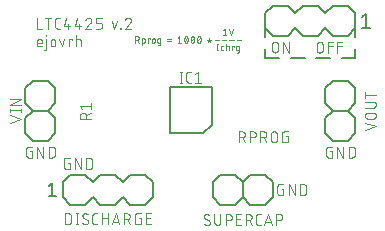
<source format=gbr>
G04 EAGLE Gerber X2 export*
%TF.Part,Single*%
%TF.FileFunction,Legend,Top,1*%
%TF.FilePolarity,Positive*%
%TF.GenerationSoftware,Autodesk,EAGLE,9.0.0*%
%TF.CreationDate,2018-04-25T18:52:19Z*%
G75*
%MOMM*%
%FSLAX34Y34*%
%LPD*%
%AMOC8*
5,1,8,0,0,1.08239X$1,22.5*%
G01*
%ADD10C,0.076200*%
%ADD11C,0.050800*%
%ADD12C,0.127000*%
%ADD13C,0.152400*%


D10*
X35306Y193094D02*
X35306Y183856D01*
X39412Y183856D01*
X44755Y183856D02*
X44755Y193094D01*
X42189Y193094D02*
X47321Y193094D01*
X52616Y183856D02*
X54669Y183856D01*
X52616Y183856D02*
X52526Y183858D01*
X52437Y183864D01*
X52348Y183874D01*
X52260Y183887D01*
X52172Y183905D01*
X52085Y183926D01*
X51999Y183951D01*
X51914Y183980D01*
X51830Y184012D01*
X51748Y184048D01*
X51668Y184088D01*
X51590Y184131D01*
X51513Y184178D01*
X51438Y184227D01*
X51366Y184280D01*
X51296Y184336D01*
X51229Y184395D01*
X51164Y184457D01*
X51102Y184522D01*
X51043Y184589D01*
X50987Y184659D01*
X50934Y184731D01*
X50885Y184806D01*
X50838Y184883D01*
X50795Y184961D01*
X50755Y185041D01*
X50719Y185123D01*
X50687Y185207D01*
X50658Y185292D01*
X50633Y185378D01*
X50612Y185465D01*
X50594Y185553D01*
X50581Y185641D01*
X50571Y185730D01*
X50565Y185819D01*
X50563Y185909D01*
X50563Y191041D01*
X50565Y191131D01*
X50571Y191220D01*
X50581Y191309D01*
X50594Y191397D01*
X50612Y191485D01*
X50633Y191572D01*
X50658Y191658D01*
X50687Y191743D01*
X50719Y191827D01*
X50755Y191909D01*
X50795Y191989D01*
X50838Y192067D01*
X50885Y192144D01*
X50934Y192219D01*
X50987Y192291D01*
X51043Y192361D01*
X51102Y192428D01*
X51164Y192493D01*
X51229Y192555D01*
X51296Y192614D01*
X51366Y192670D01*
X51438Y192723D01*
X51513Y192772D01*
X51589Y192819D01*
X51668Y192862D01*
X51748Y192902D01*
X51830Y192938D01*
X51914Y192970D01*
X51999Y192999D01*
X52085Y193024D01*
X52172Y193045D01*
X52259Y193063D01*
X52348Y193076D01*
X52437Y193086D01*
X52526Y193092D01*
X52616Y193094D01*
X54669Y193094D01*
X60141Y193094D02*
X58089Y185909D01*
X63221Y185909D01*
X61681Y187962D02*
X61681Y183856D01*
X67089Y185909D02*
X69141Y193094D01*
X67089Y185909D02*
X72221Y185909D01*
X70681Y187962D02*
X70681Y183856D01*
X78911Y193094D02*
X79004Y193092D01*
X79097Y193087D01*
X79189Y193077D01*
X79282Y193064D01*
X79373Y193047D01*
X79464Y193027D01*
X79554Y193003D01*
X79643Y192975D01*
X79730Y192944D01*
X79816Y192909D01*
X79901Y192871D01*
X79985Y192829D01*
X80066Y192785D01*
X80146Y192736D01*
X80223Y192685D01*
X80299Y192631D01*
X80372Y192573D01*
X80443Y192513D01*
X80511Y192450D01*
X80577Y192384D01*
X80640Y192316D01*
X80700Y192245D01*
X80758Y192172D01*
X80812Y192096D01*
X80863Y192019D01*
X80912Y191939D01*
X80956Y191858D01*
X80998Y191774D01*
X81036Y191689D01*
X81071Y191603D01*
X81102Y191516D01*
X81130Y191427D01*
X81154Y191337D01*
X81174Y191246D01*
X81191Y191155D01*
X81204Y191062D01*
X81214Y190970D01*
X81219Y190877D01*
X81221Y190784D01*
X78911Y193094D02*
X78804Y193092D01*
X78698Y193086D01*
X78592Y193077D01*
X78486Y193063D01*
X78381Y193046D01*
X78276Y193025D01*
X78173Y193001D01*
X78070Y192972D01*
X77968Y192940D01*
X77868Y192905D01*
X77769Y192865D01*
X77671Y192822D01*
X77575Y192776D01*
X77481Y192726D01*
X77388Y192673D01*
X77298Y192617D01*
X77209Y192557D01*
X77123Y192495D01*
X77039Y192429D01*
X76958Y192360D01*
X76879Y192289D01*
X76802Y192214D01*
X76729Y192137D01*
X76658Y192058D01*
X76590Y191975D01*
X76525Y191891D01*
X76463Y191804D01*
X76405Y191715D01*
X76349Y191624D01*
X76297Y191531D01*
X76248Y191436D01*
X76203Y191340D01*
X76161Y191241D01*
X76123Y191142D01*
X76088Y191041D01*
X80451Y188987D02*
X80519Y189055D01*
X80584Y189125D01*
X80647Y189197D01*
X80707Y189272D01*
X80764Y189349D01*
X80817Y189428D01*
X80868Y189509D01*
X80916Y189592D01*
X80960Y189676D01*
X81001Y189763D01*
X81039Y189851D01*
X81073Y189940D01*
X81104Y190031D01*
X81131Y190122D01*
X81155Y190215D01*
X81175Y190309D01*
X81192Y190403D01*
X81204Y190498D01*
X81214Y190593D01*
X81219Y190688D01*
X81221Y190784D01*
X80451Y188988D02*
X76088Y183856D01*
X81221Y183856D01*
X85088Y183856D02*
X88168Y183856D01*
X88258Y183858D01*
X88347Y183864D01*
X88436Y183874D01*
X88524Y183887D01*
X88612Y183905D01*
X88699Y183926D01*
X88785Y183951D01*
X88870Y183980D01*
X88954Y184012D01*
X89036Y184048D01*
X89116Y184088D01*
X89194Y184131D01*
X89271Y184178D01*
X89346Y184227D01*
X89418Y184280D01*
X89488Y184336D01*
X89555Y184395D01*
X89620Y184457D01*
X89682Y184522D01*
X89741Y184589D01*
X89797Y184659D01*
X89850Y184731D01*
X89899Y184806D01*
X89946Y184882D01*
X89989Y184961D01*
X90029Y185041D01*
X90065Y185123D01*
X90097Y185207D01*
X90126Y185292D01*
X90151Y185378D01*
X90172Y185465D01*
X90190Y185552D01*
X90203Y185641D01*
X90213Y185730D01*
X90219Y185819D01*
X90221Y185909D01*
X90221Y186935D01*
X90219Y187025D01*
X90213Y187114D01*
X90203Y187203D01*
X90190Y187291D01*
X90172Y187379D01*
X90151Y187466D01*
X90126Y187552D01*
X90097Y187637D01*
X90065Y187721D01*
X90029Y187803D01*
X89989Y187883D01*
X89946Y187962D01*
X89899Y188038D01*
X89850Y188113D01*
X89797Y188185D01*
X89741Y188255D01*
X89682Y188322D01*
X89620Y188387D01*
X89555Y188449D01*
X89488Y188508D01*
X89418Y188564D01*
X89346Y188617D01*
X89271Y188666D01*
X89195Y188713D01*
X89116Y188756D01*
X89036Y188796D01*
X88954Y188832D01*
X88870Y188864D01*
X88785Y188893D01*
X88699Y188918D01*
X88612Y188939D01*
X88524Y188957D01*
X88436Y188970D01*
X88347Y188980D01*
X88258Y188986D01*
X88168Y188988D01*
X85088Y188988D01*
X85088Y193094D01*
X90221Y193094D01*
X98502Y190015D02*
X100555Y183856D01*
X102607Y190015D01*
X105698Y184369D02*
X105698Y183856D01*
X105698Y184369D02*
X106211Y184369D01*
X106211Y183856D01*
X105698Y183856D01*
X114821Y190784D02*
X114819Y190877D01*
X114814Y190970D01*
X114804Y191062D01*
X114791Y191155D01*
X114774Y191246D01*
X114754Y191337D01*
X114730Y191427D01*
X114702Y191516D01*
X114671Y191603D01*
X114636Y191689D01*
X114598Y191774D01*
X114556Y191858D01*
X114512Y191939D01*
X114463Y192019D01*
X114412Y192096D01*
X114358Y192172D01*
X114300Y192245D01*
X114240Y192316D01*
X114177Y192384D01*
X114111Y192450D01*
X114043Y192513D01*
X113972Y192573D01*
X113899Y192631D01*
X113823Y192685D01*
X113746Y192736D01*
X113666Y192785D01*
X113585Y192829D01*
X113501Y192871D01*
X113416Y192909D01*
X113330Y192944D01*
X113243Y192975D01*
X113154Y193003D01*
X113064Y193027D01*
X112973Y193047D01*
X112882Y193064D01*
X112789Y193077D01*
X112697Y193087D01*
X112604Y193092D01*
X112511Y193094D01*
X112404Y193092D01*
X112298Y193086D01*
X112192Y193077D01*
X112086Y193063D01*
X111981Y193046D01*
X111876Y193025D01*
X111773Y193001D01*
X111670Y192972D01*
X111568Y192940D01*
X111468Y192905D01*
X111369Y192865D01*
X111271Y192822D01*
X111175Y192776D01*
X111081Y192726D01*
X110988Y192673D01*
X110898Y192617D01*
X110809Y192557D01*
X110723Y192495D01*
X110639Y192429D01*
X110558Y192360D01*
X110479Y192289D01*
X110402Y192214D01*
X110329Y192137D01*
X110258Y192058D01*
X110190Y191975D01*
X110125Y191891D01*
X110063Y191804D01*
X110005Y191715D01*
X109949Y191624D01*
X109897Y191531D01*
X109848Y191436D01*
X109803Y191340D01*
X109761Y191241D01*
X109723Y191142D01*
X109688Y191041D01*
X114051Y188987D02*
X114119Y189055D01*
X114184Y189125D01*
X114247Y189197D01*
X114307Y189272D01*
X114364Y189349D01*
X114417Y189428D01*
X114468Y189509D01*
X114516Y189592D01*
X114560Y189676D01*
X114601Y189763D01*
X114639Y189851D01*
X114673Y189940D01*
X114704Y190031D01*
X114731Y190122D01*
X114755Y190215D01*
X114775Y190309D01*
X114792Y190403D01*
X114804Y190498D01*
X114814Y190593D01*
X114819Y190688D01*
X114821Y190784D01*
X114051Y188988D02*
X109688Y183856D01*
X114821Y183856D01*
X39412Y168856D02*
X36846Y168856D01*
X36770Y168858D01*
X36695Y168863D01*
X36620Y168873D01*
X36546Y168886D01*
X36472Y168902D01*
X36399Y168922D01*
X36327Y168946D01*
X36257Y168973D01*
X36188Y169004D01*
X36120Y169038D01*
X36054Y169075D01*
X35990Y169116D01*
X35929Y169159D01*
X35869Y169206D01*
X35812Y169255D01*
X35757Y169307D01*
X35705Y169362D01*
X35656Y169419D01*
X35609Y169479D01*
X35566Y169540D01*
X35525Y169604D01*
X35488Y169670D01*
X35454Y169738D01*
X35423Y169807D01*
X35396Y169877D01*
X35372Y169949D01*
X35352Y170022D01*
X35336Y170096D01*
X35323Y170170D01*
X35313Y170245D01*
X35308Y170320D01*
X35306Y170396D01*
X35306Y172962D01*
X35308Y173052D01*
X35314Y173141D01*
X35324Y173230D01*
X35337Y173318D01*
X35355Y173406D01*
X35376Y173493D01*
X35401Y173579D01*
X35430Y173664D01*
X35462Y173748D01*
X35498Y173830D01*
X35538Y173910D01*
X35581Y173989D01*
X35628Y174065D01*
X35677Y174140D01*
X35730Y174212D01*
X35786Y174282D01*
X35845Y174349D01*
X35907Y174414D01*
X35972Y174476D01*
X36039Y174535D01*
X36109Y174591D01*
X36181Y174644D01*
X36256Y174693D01*
X36333Y174740D01*
X36411Y174783D01*
X36491Y174823D01*
X36573Y174859D01*
X36657Y174891D01*
X36742Y174920D01*
X36828Y174945D01*
X36915Y174966D01*
X37003Y174984D01*
X37091Y174997D01*
X37180Y175007D01*
X37269Y175013D01*
X37359Y175015D01*
X37449Y175013D01*
X37538Y175007D01*
X37627Y174997D01*
X37715Y174984D01*
X37803Y174966D01*
X37890Y174945D01*
X37976Y174920D01*
X38061Y174891D01*
X38145Y174859D01*
X38227Y174823D01*
X38307Y174783D01*
X38386Y174740D01*
X38462Y174693D01*
X38537Y174644D01*
X38609Y174591D01*
X38679Y174535D01*
X38746Y174476D01*
X38811Y174414D01*
X38873Y174349D01*
X38932Y174282D01*
X38988Y174212D01*
X39041Y174140D01*
X39090Y174065D01*
X39137Y173989D01*
X39180Y173910D01*
X39220Y173830D01*
X39256Y173748D01*
X39288Y173664D01*
X39317Y173579D01*
X39342Y173493D01*
X39363Y173406D01*
X39381Y173318D01*
X39394Y173230D01*
X39404Y173141D01*
X39410Y173052D01*
X39412Y172962D01*
X39412Y171935D01*
X35306Y171935D01*
X42907Y175015D02*
X42907Y167316D01*
X42905Y167238D01*
X42899Y167160D01*
X42889Y167083D01*
X42875Y167006D01*
X42858Y166930D01*
X42836Y166855D01*
X42811Y166781D01*
X42782Y166709D01*
X42750Y166638D01*
X42713Y166569D01*
X42674Y166501D01*
X42631Y166436D01*
X42585Y166373D01*
X42535Y166313D01*
X42483Y166255D01*
X42428Y166200D01*
X42370Y166148D01*
X42310Y166098D01*
X42247Y166052D01*
X42182Y166009D01*
X42114Y165970D01*
X42045Y165933D01*
X41974Y165901D01*
X41902Y165872D01*
X41828Y165847D01*
X41753Y165825D01*
X41677Y165808D01*
X41600Y165794D01*
X41523Y165784D01*
X41445Y165778D01*
X41367Y165776D01*
X41367Y165777D02*
X40854Y165777D01*
X42650Y177581D02*
X42650Y178094D01*
X43164Y178094D01*
X43164Y177581D01*
X42650Y177581D01*
X46706Y172962D02*
X46706Y170909D01*
X46706Y172962D02*
X46708Y173052D01*
X46714Y173141D01*
X46724Y173230D01*
X46737Y173318D01*
X46755Y173406D01*
X46776Y173493D01*
X46801Y173579D01*
X46830Y173664D01*
X46862Y173748D01*
X46898Y173830D01*
X46938Y173910D01*
X46981Y173989D01*
X47028Y174065D01*
X47077Y174140D01*
X47130Y174212D01*
X47186Y174282D01*
X47245Y174349D01*
X47307Y174414D01*
X47372Y174476D01*
X47439Y174535D01*
X47509Y174591D01*
X47581Y174644D01*
X47656Y174693D01*
X47733Y174740D01*
X47811Y174783D01*
X47891Y174823D01*
X47973Y174859D01*
X48057Y174891D01*
X48142Y174920D01*
X48228Y174945D01*
X48315Y174966D01*
X48403Y174984D01*
X48491Y174997D01*
X48580Y175007D01*
X48669Y175013D01*
X48759Y175015D01*
X48849Y175013D01*
X48938Y175007D01*
X49027Y174997D01*
X49115Y174984D01*
X49203Y174966D01*
X49290Y174945D01*
X49376Y174920D01*
X49461Y174891D01*
X49545Y174859D01*
X49627Y174823D01*
X49707Y174783D01*
X49786Y174740D01*
X49862Y174693D01*
X49937Y174644D01*
X50009Y174591D01*
X50079Y174535D01*
X50146Y174476D01*
X50211Y174414D01*
X50273Y174349D01*
X50332Y174282D01*
X50388Y174212D01*
X50441Y174140D01*
X50490Y174065D01*
X50537Y173989D01*
X50580Y173910D01*
X50620Y173830D01*
X50656Y173748D01*
X50688Y173664D01*
X50717Y173579D01*
X50742Y173493D01*
X50763Y173406D01*
X50781Y173318D01*
X50794Y173230D01*
X50804Y173141D01*
X50810Y173052D01*
X50812Y172962D01*
X50812Y170909D01*
X50810Y170819D01*
X50804Y170730D01*
X50794Y170641D01*
X50781Y170553D01*
X50763Y170465D01*
X50742Y170378D01*
X50717Y170292D01*
X50688Y170207D01*
X50656Y170123D01*
X50620Y170041D01*
X50580Y169961D01*
X50537Y169883D01*
X50490Y169806D01*
X50441Y169731D01*
X50388Y169659D01*
X50332Y169589D01*
X50273Y169522D01*
X50211Y169457D01*
X50146Y169395D01*
X50079Y169336D01*
X50009Y169280D01*
X49937Y169227D01*
X49862Y169178D01*
X49785Y169131D01*
X49707Y169088D01*
X49627Y169048D01*
X49545Y169012D01*
X49461Y168980D01*
X49376Y168951D01*
X49290Y168926D01*
X49203Y168905D01*
X49115Y168887D01*
X49027Y168874D01*
X48938Y168864D01*
X48849Y168858D01*
X48759Y168856D01*
X48669Y168858D01*
X48580Y168864D01*
X48491Y168874D01*
X48403Y168887D01*
X48315Y168905D01*
X48228Y168926D01*
X48142Y168951D01*
X48057Y168980D01*
X47973Y169012D01*
X47891Y169048D01*
X47811Y169088D01*
X47733Y169131D01*
X47656Y169178D01*
X47581Y169227D01*
X47509Y169280D01*
X47439Y169336D01*
X47372Y169395D01*
X47307Y169457D01*
X47245Y169522D01*
X47186Y169589D01*
X47130Y169659D01*
X47077Y169731D01*
X47028Y169806D01*
X46981Y169883D01*
X46938Y169961D01*
X46898Y170041D01*
X46862Y170123D01*
X46830Y170207D01*
X46801Y170292D01*
X46776Y170378D01*
X46755Y170465D01*
X46737Y170553D01*
X46724Y170641D01*
X46714Y170730D01*
X46708Y170819D01*
X46706Y170909D01*
X54206Y175015D02*
X56259Y168856D01*
X58312Y175015D01*
X62057Y175015D02*
X62057Y168856D01*
X62057Y175015D02*
X65136Y175015D01*
X65136Y173988D01*
X68306Y178094D02*
X68306Y168856D01*
X68306Y175015D02*
X70872Y175015D01*
X70948Y175013D01*
X71023Y175008D01*
X71098Y174998D01*
X71172Y174985D01*
X71246Y174969D01*
X71319Y174949D01*
X71391Y174925D01*
X71461Y174898D01*
X71530Y174867D01*
X71598Y174833D01*
X71664Y174796D01*
X71728Y174755D01*
X71789Y174712D01*
X71849Y174665D01*
X71906Y174616D01*
X71961Y174564D01*
X72013Y174509D01*
X72062Y174452D01*
X72109Y174392D01*
X72152Y174331D01*
X72193Y174267D01*
X72230Y174201D01*
X72264Y174133D01*
X72295Y174064D01*
X72322Y173994D01*
X72346Y173922D01*
X72366Y173849D01*
X72382Y173775D01*
X72395Y173701D01*
X72405Y173626D01*
X72410Y173551D01*
X72412Y173475D01*
X72412Y168856D01*
X234084Y170328D02*
X234084Y166222D01*
X234084Y170328D02*
X234086Y170427D01*
X234092Y170527D01*
X234101Y170626D01*
X234115Y170724D01*
X234132Y170822D01*
X234153Y170920D01*
X234178Y171016D01*
X234207Y171111D01*
X234239Y171206D01*
X234275Y171298D01*
X234314Y171390D01*
X234357Y171480D01*
X234403Y171568D01*
X234453Y171654D01*
X234506Y171738D01*
X234562Y171820D01*
X234622Y171900D01*
X234684Y171977D01*
X234750Y172052D01*
X234818Y172125D01*
X234889Y172194D01*
X234963Y172261D01*
X235039Y172325D01*
X235118Y172386D01*
X235199Y172444D01*
X235282Y172499D01*
X235367Y172550D01*
X235454Y172598D01*
X235543Y172643D01*
X235634Y172684D01*
X235726Y172722D01*
X235819Y172756D01*
X235914Y172786D01*
X236010Y172813D01*
X236107Y172836D01*
X236204Y172855D01*
X236303Y172870D01*
X236402Y172882D01*
X236501Y172890D01*
X236600Y172894D01*
X236700Y172894D01*
X236799Y172890D01*
X236898Y172882D01*
X236997Y172870D01*
X237096Y172855D01*
X237193Y172836D01*
X237290Y172813D01*
X237386Y172786D01*
X237481Y172756D01*
X237574Y172722D01*
X237666Y172684D01*
X237757Y172643D01*
X237846Y172598D01*
X237933Y172550D01*
X238018Y172499D01*
X238101Y172444D01*
X238182Y172386D01*
X238261Y172325D01*
X238337Y172261D01*
X238411Y172194D01*
X238482Y172125D01*
X238550Y172052D01*
X238616Y171977D01*
X238678Y171900D01*
X238738Y171820D01*
X238794Y171738D01*
X238847Y171654D01*
X238897Y171568D01*
X238943Y171480D01*
X238986Y171390D01*
X239025Y171298D01*
X239061Y171206D01*
X239093Y171111D01*
X239122Y171016D01*
X239147Y170920D01*
X239168Y170822D01*
X239185Y170724D01*
X239199Y170626D01*
X239208Y170527D01*
X239214Y170427D01*
X239216Y170328D01*
X239216Y166222D01*
X239214Y166123D01*
X239208Y166023D01*
X239199Y165924D01*
X239185Y165826D01*
X239168Y165728D01*
X239147Y165630D01*
X239122Y165534D01*
X239093Y165439D01*
X239061Y165344D01*
X239025Y165252D01*
X238986Y165160D01*
X238943Y165070D01*
X238897Y164982D01*
X238847Y164896D01*
X238794Y164812D01*
X238738Y164730D01*
X238678Y164650D01*
X238616Y164573D01*
X238550Y164498D01*
X238482Y164425D01*
X238411Y164356D01*
X238337Y164289D01*
X238261Y164225D01*
X238182Y164164D01*
X238101Y164106D01*
X238018Y164051D01*
X237933Y164000D01*
X237846Y163952D01*
X237757Y163907D01*
X237666Y163866D01*
X237574Y163828D01*
X237481Y163794D01*
X237386Y163764D01*
X237290Y163737D01*
X237193Y163714D01*
X237096Y163695D01*
X236997Y163680D01*
X236898Y163668D01*
X236799Y163660D01*
X236700Y163656D01*
X236600Y163656D01*
X236501Y163660D01*
X236402Y163668D01*
X236303Y163680D01*
X236204Y163695D01*
X236107Y163714D01*
X236010Y163737D01*
X235914Y163764D01*
X235819Y163794D01*
X235726Y163828D01*
X235634Y163866D01*
X235543Y163907D01*
X235454Y163952D01*
X235367Y164000D01*
X235282Y164051D01*
X235199Y164106D01*
X235118Y164164D01*
X235039Y164225D01*
X234963Y164289D01*
X234889Y164356D01*
X234818Y164425D01*
X234750Y164498D01*
X234684Y164573D01*
X234622Y164650D01*
X234562Y164730D01*
X234506Y164812D01*
X234453Y164896D01*
X234403Y164982D01*
X234357Y165070D01*
X234314Y165160D01*
X234275Y165252D01*
X234239Y165344D01*
X234207Y165439D01*
X234178Y165534D01*
X234153Y165630D01*
X234132Y165728D01*
X234115Y165826D01*
X234101Y165924D01*
X234092Y166023D01*
X234086Y166123D01*
X234084Y166222D01*
X243384Y163656D02*
X243384Y172894D01*
X248516Y163656D01*
X248516Y172894D01*
X271963Y170328D02*
X271963Y166222D01*
X271964Y170328D02*
X271966Y170427D01*
X271972Y170527D01*
X271981Y170626D01*
X271995Y170724D01*
X272012Y170822D01*
X272033Y170920D01*
X272058Y171016D01*
X272087Y171111D01*
X272119Y171206D01*
X272155Y171298D01*
X272194Y171390D01*
X272237Y171480D01*
X272283Y171568D01*
X272333Y171654D01*
X272386Y171738D01*
X272442Y171820D01*
X272502Y171900D01*
X272564Y171977D01*
X272630Y172052D01*
X272698Y172125D01*
X272769Y172194D01*
X272843Y172261D01*
X272919Y172325D01*
X272998Y172386D01*
X273079Y172444D01*
X273162Y172499D01*
X273247Y172550D01*
X273334Y172598D01*
X273423Y172643D01*
X273514Y172684D01*
X273606Y172722D01*
X273699Y172756D01*
X273794Y172786D01*
X273890Y172813D01*
X273987Y172836D01*
X274084Y172855D01*
X274183Y172870D01*
X274282Y172882D01*
X274381Y172890D01*
X274480Y172894D01*
X274580Y172894D01*
X274679Y172890D01*
X274778Y172882D01*
X274877Y172870D01*
X274976Y172855D01*
X275073Y172836D01*
X275170Y172813D01*
X275266Y172786D01*
X275361Y172756D01*
X275454Y172722D01*
X275546Y172684D01*
X275637Y172643D01*
X275726Y172598D01*
X275813Y172550D01*
X275898Y172499D01*
X275981Y172444D01*
X276062Y172386D01*
X276141Y172325D01*
X276217Y172261D01*
X276291Y172194D01*
X276362Y172125D01*
X276430Y172052D01*
X276496Y171977D01*
X276558Y171900D01*
X276618Y171820D01*
X276674Y171738D01*
X276727Y171654D01*
X276777Y171568D01*
X276823Y171480D01*
X276866Y171390D01*
X276905Y171298D01*
X276941Y171206D01*
X276973Y171111D01*
X277002Y171016D01*
X277027Y170920D01*
X277048Y170822D01*
X277065Y170724D01*
X277079Y170626D01*
X277088Y170527D01*
X277094Y170427D01*
X277096Y170328D01*
X277096Y166222D01*
X277094Y166123D01*
X277088Y166023D01*
X277079Y165924D01*
X277065Y165826D01*
X277048Y165728D01*
X277027Y165630D01*
X277002Y165534D01*
X276973Y165439D01*
X276941Y165344D01*
X276905Y165252D01*
X276866Y165160D01*
X276823Y165070D01*
X276777Y164982D01*
X276727Y164896D01*
X276674Y164812D01*
X276618Y164730D01*
X276558Y164650D01*
X276496Y164573D01*
X276430Y164498D01*
X276362Y164425D01*
X276291Y164356D01*
X276217Y164289D01*
X276141Y164225D01*
X276062Y164164D01*
X275981Y164106D01*
X275898Y164051D01*
X275813Y164000D01*
X275726Y163952D01*
X275637Y163907D01*
X275546Y163866D01*
X275454Y163828D01*
X275361Y163794D01*
X275266Y163764D01*
X275170Y163737D01*
X275073Y163714D01*
X274976Y163695D01*
X274877Y163680D01*
X274778Y163668D01*
X274679Y163660D01*
X274580Y163656D01*
X274480Y163656D01*
X274381Y163660D01*
X274282Y163668D01*
X274183Y163680D01*
X274084Y163695D01*
X273987Y163714D01*
X273890Y163737D01*
X273794Y163764D01*
X273699Y163794D01*
X273606Y163828D01*
X273514Y163866D01*
X273423Y163907D01*
X273334Y163952D01*
X273247Y164000D01*
X273162Y164051D01*
X273079Y164106D01*
X272998Y164164D01*
X272919Y164225D01*
X272843Y164289D01*
X272769Y164356D01*
X272698Y164425D01*
X272630Y164498D01*
X272564Y164573D01*
X272502Y164650D01*
X272442Y164730D01*
X272386Y164812D01*
X272333Y164896D01*
X272283Y164982D01*
X272237Y165070D01*
X272194Y165160D01*
X272155Y165252D01*
X272119Y165344D01*
X272087Y165439D01*
X272058Y165534D01*
X272033Y165630D01*
X272012Y165728D01*
X271995Y165826D01*
X271981Y165924D01*
X271972Y166023D01*
X271966Y166123D01*
X271964Y166222D01*
X281281Y163656D02*
X281281Y172894D01*
X285387Y172894D01*
X285387Y168788D02*
X281281Y168788D01*
X289081Y172894D02*
X289081Y163656D01*
X289081Y172894D02*
X293187Y172894D01*
X293187Y168788D02*
X289081Y168788D01*
D11*
X118286Y171831D02*
X118286Y177419D01*
X119838Y177419D01*
X119915Y177417D01*
X119993Y177411D01*
X120069Y177402D01*
X120146Y177388D01*
X120221Y177371D01*
X120295Y177350D01*
X120369Y177325D01*
X120441Y177297D01*
X120511Y177265D01*
X120580Y177230D01*
X120647Y177191D01*
X120712Y177149D01*
X120775Y177104D01*
X120836Y177056D01*
X120894Y177005D01*
X120949Y176951D01*
X121002Y176894D01*
X121051Y176835D01*
X121098Y176773D01*
X121142Y176709D01*
X121182Y176643D01*
X121219Y176575D01*
X121253Y176505D01*
X121283Y176434D01*
X121309Y176361D01*
X121332Y176287D01*
X121351Y176212D01*
X121366Y176137D01*
X121378Y176060D01*
X121386Y175983D01*
X121390Y175906D01*
X121390Y175828D01*
X121386Y175751D01*
X121378Y175674D01*
X121366Y175597D01*
X121351Y175522D01*
X121332Y175447D01*
X121309Y175373D01*
X121283Y175300D01*
X121253Y175229D01*
X121219Y175159D01*
X121182Y175091D01*
X121142Y175025D01*
X121098Y174961D01*
X121051Y174899D01*
X121002Y174840D01*
X120949Y174783D01*
X120894Y174729D01*
X120836Y174678D01*
X120775Y174630D01*
X120712Y174585D01*
X120647Y174543D01*
X120580Y174504D01*
X120511Y174469D01*
X120441Y174437D01*
X120369Y174409D01*
X120295Y174384D01*
X120221Y174363D01*
X120146Y174346D01*
X120069Y174332D01*
X119993Y174323D01*
X119915Y174317D01*
X119838Y174315D01*
X118286Y174315D01*
X120148Y174315D02*
X121390Y171831D01*
X123893Y169968D02*
X123893Y175556D01*
X125445Y175556D01*
X125503Y175554D01*
X125562Y175549D01*
X125619Y175540D01*
X125677Y175527D01*
X125733Y175510D01*
X125788Y175491D01*
X125841Y175467D01*
X125894Y175441D01*
X125944Y175411D01*
X125992Y175378D01*
X126038Y175342D01*
X126082Y175304D01*
X126124Y175262D01*
X126162Y175218D01*
X126198Y175172D01*
X126231Y175124D01*
X126261Y175074D01*
X126287Y175021D01*
X126311Y174968D01*
X126330Y174913D01*
X126347Y174857D01*
X126360Y174799D01*
X126369Y174742D01*
X126374Y174683D01*
X126376Y174625D01*
X126376Y172762D01*
X126374Y172704D01*
X126369Y172645D01*
X126360Y172588D01*
X126347Y172530D01*
X126330Y172474D01*
X126311Y172419D01*
X126287Y172366D01*
X126261Y172313D01*
X126231Y172263D01*
X126198Y172215D01*
X126162Y172169D01*
X126124Y172125D01*
X126082Y172083D01*
X126038Y172045D01*
X125992Y172009D01*
X125944Y171976D01*
X125894Y171946D01*
X125841Y171920D01*
X125788Y171896D01*
X125733Y171877D01*
X125677Y171860D01*
X125619Y171847D01*
X125562Y171838D01*
X125503Y171833D01*
X125445Y171831D01*
X123893Y171831D01*
X128834Y171831D02*
X128834Y175556D01*
X130697Y175556D01*
X130697Y174935D01*
X132459Y174315D02*
X132459Y173073D01*
X132459Y174315D02*
X132461Y174385D01*
X132467Y174454D01*
X132477Y174523D01*
X132490Y174591D01*
X132508Y174659D01*
X132529Y174725D01*
X132554Y174790D01*
X132582Y174854D01*
X132614Y174916D01*
X132649Y174976D01*
X132688Y175034D01*
X132730Y175089D01*
X132775Y175143D01*
X132823Y175193D01*
X132873Y175241D01*
X132927Y175286D01*
X132982Y175328D01*
X133040Y175367D01*
X133100Y175402D01*
X133162Y175434D01*
X133226Y175462D01*
X133291Y175487D01*
X133357Y175508D01*
X133425Y175526D01*
X133493Y175539D01*
X133562Y175549D01*
X133631Y175555D01*
X133701Y175557D01*
X133771Y175555D01*
X133840Y175549D01*
X133909Y175539D01*
X133977Y175526D01*
X134045Y175508D01*
X134111Y175487D01*
X134176Y175462D01*
X134240Y175434D01*
X134302Y175402D01*
X134362Y175367D01*
X134420Y175328D01*
X134475Y175286D01*
X134529Y175241D01*
X134579Y175193D01*
X134627Y175143D01*
X134672Y175089D01*
X134714Y175034D01*
X134753Y174976D01*
X134788Y174916D01*
X134820Y174854D01*
X134848Y174790D01*
X134873Y174725D01*
X134894Y174659D01*
X134912Y174591D01*
X134925Y174523D01*
X134935Y174454D01*
X134941Y174385D01*
X134943Y174315D01*
X134942Y174315D02*
X134942Y173073D01*
X134943Y173073D02*
X134941Y173003D01*
X134935Y172934D01*
X134925Y172865D01*
X134912Y172797D01*
X134894Y172729D01*
X134873Y172663D01*
X134848Y172598D01*
X134820Y172534D01*
X134788Y172472D01*
X134753Y172412D01*
X134714Y172354D01*
X134672Y172299D01*
X134627Y172245D01*
X134579Y172195D01*
X134529Y172147D01*
X134475Y172102D01*
X134420Y172060D01*
X134362Y172021D01*
X134302Y171986D01*
X134240Y171954D01*
X134176Y171926D01*
X134111Y171901D01*
X134045Y171880D01*
X133977Y171862D01*
X133909Y171849D01*
X133840Y171839D01*
X133771Y171833D01*
X133701Y171831D01*
X133631Y171833D01*
X133562Y171839D01*
X133493Y171849D01*
X133425Y171862D01*
X133357Y171880D01*
X133291Y171901D01*
X133226Y171926D01*
X133162Y171954D01*
X133100Y171986D01*
X133040Y172021D01*
X132982Y172060D01*
X132927Y172102D01*
X132873Y172147D01*
X132823Y172195D01*
X132775Y172245D01*
X132730Y172299D01*
X132688Y172354D01*
X132649Y172412D01*
X132614Y172472D01*
X132582Y172534D01*
X132554Y172598D01*
X132529Y172663D01*
X132508Y172729D01*
X132490Y172797D01*
X132477Y172865D01*
X132467Y172934D01*
X132461Y173003D01*
X132459Y173073D01*
X138116Y171831D02*
X139668Y171831D01*
X138116Y171831D02*
X138058Y171833D01*
X137999Y171838D01*
X137942Y171847D01*
X137884Y171860D01*
X137828Y171877D01*
X137773Y171896D01*
X137720Y171920D01*
X137667Y171946D01*
X137617Y171976D01*
X137569Y172009D01*
X137523Y172045D01*
X137479Y172083D01*
X137437Y172125D01*
X137399Y172169D01*
X137363Y172215D01*
X137330Y172263D01*
X137300Y172313D01*
X137274Y172366D01*
X137250Y172419D01*
X137231Y172474D01*
X137214Y172530D01*
X137201Y172588D01*
X137192Y172645D01*
X137187Y172704D01*
X137185Y172762D01*
X137185Y174625D01*
X137187Y174683D01*
X137192Y174742D01*
X137201Y174799D01*
X137214Y174857D01*
X137231Y174913D01*
X137250Y174968D01*
X137274Y175021D01*
X137300Y175074D01*
X137330Y175124D01*
X137363Y175172D01*
X137399Y175218D01*
X137437Y175262D01*
X137479Y175304D01*
X137523Y175342D01*
X137569Y175378D01*
X137617Y175411D01*
X137667Y175441D01*
X137720Y175467D01*
X137773Y175491D01*
X137828Y175510D01*
X137884Y175527D01*
X137942Y175540D01*
X137999Y175549D01*
X138058Y175554D01*
X138116Y175556D01*
X139668Y175556D01*
X139668Y170900D01*
X139666Y170839D01*
X139660Y170778D01*
X139650Y170718D01*
X139636Y170659D01*
X139619Y170601D01*
X139597Y170544D01*
X139572Y170488D01*
X139543Y170435D01*
X139511Y170383D01*
X139476Y170333D01*
X139437Y170286D01*
X139395Y170242D01*
X139351Y170200D01*
X139304Y170161D01*
X139254Y170126D01*
X139203Y170094D01*
X139149Y170065D01*
X139093Y170040D01*
X139036Y170018D01*
X138978Y170001D01*
X138919Y169987D01*
X138859Y169977D01*
X138798Y169971D01*
X138737Y169969D01*
X138737Y169968D02*
X137495Y169968D01*
X145188Y173073D02*
X148913Y173073D01*
X148913Y174935D02*
X145188Y174935D01*
X154277Y176177D02*
X155829Y177419D01*
X155829Y171831D01*
X154277Y171831D02*
X157381Y171831D01*
X159763Y174625D02*
X159765Y174756D01*
X159770Y174886D01*
X159780Y175016D01*
X159793Y175146D01*
X159809Y175276D01*
X159829Y175405D01*
X159853Y175533D01*
X159881Y175660D01*
X159912Y175787D01*
X159947Y175913D01*
X159985Y176038D01*
X160027Y176162D01*
X160072Y176284D01*
X160121Y176405D01*
X160173Y176525D01*
X160229Y176643D01*
X160228Y176643D02*
X160251Y176703D01*
X160277Y176763D01*
X160306Y176820D01*
X160339Y176876D01*
X160375Y176930D01*
X160413Y176982D01*
X160455Y177032D01*
X160499Y177079D01*
X160546Y177124D01*
X160596Y177166D01*
X160647Y177205D01*
X160701Y177241D01*
X160757Y177274D01*
X160814Y177304D01*
X160873Y177331D01*
X160934Y177354D01*
X160995Y177374D01*
X161058Y177390D01*
X161122Y177403D01*
X161186Y177412D01*
X161250Y177417D01*
X161315Y177419D01*
X161380Y177417D01*
X161444Y177412D01*
X161508Y177403D01*
X161572Y177390D01*
X161635Y177374D01*
X161696Y177354D01*
X161757Y177331D01*
X161816Y177304D01*
X161873Y177274D01*
X161929Y177241D01*
X161983Y177205D01*
X162034Y177166D01*
X162084Y177124D01*
X162131Y177079D01*
X162175Y177032D01*
X162217Y176982D01*
X162255Y176930D01*
X162291Y176876D01*
X162324Y176820D01*
X162353Y176763D01*
X162379Y176703D01*
X162402Y176643D01*
X162458Y176525D01*
X162510Y176405D01*
X162559Y176284D01*
X162604Y176162D01*
X162646Y176038D01*
X162684Y175913D01*
X162719Y175787D01*
X162750Y175661D01*
X162778Y175533D01*
X162802Y175405D01*
X162822Y175276D01*
X162838Y175146D01*
X162851Y175016D01*
X162861Y174886D01*
X162866Y174756D01*
X162868Y174625D01*
X159763Y174625D02*
X159765Y174494D01*
X159770Y174364D01*
X159780Y174234D01*
X159793Y174104D01*
X159809Y173974D01*
X159829Y173845D01*
X159853Y173717D01*
X159881Y173590D01*
X159912Y173463D01*
X159947Y173337D01*
X159985Y173212D01*
X160027Y173088D01*
X160072Y172966D01*
X160121Y172845D01*
X160173Y172725D01*
X160229Y172607D01*
X160228Y172607D02*
X160251Y172547D01*
X160277Y172487D01*
X160306Y172430D01*
X160339Y172374D01*
X160375Y172320D01*
X160413Y172268D01*
X160455Y172218D01*
X160499Y172171D01*
X160546Y172126D01*
X160596Y172084D01*
X160647Y172045D01*
X160701Y172009D01*
X160757Y171976D01*
X160814Y171946D01*
X160873Y171919D01*
X160934Y171896D01*
X160995Y171876D01*
X161058Y171860D01*
X161122Y171847D01*
X161186Y171838D01*
X161250Y171833D01*
X161315Y171831D01*
X162402Y172607D02*
X162458Y172725D01*
X162510Y172845D01*
X162559Y172966D01*
X162604Y173088D01*
X162646Y173212D01*
X162684Y173337D01*
X162719Y173463D01*
X162750Y173589D01*
X162778Y173717D01*
X162802Y173845D01*
X162822Y173974D01*
X162838Y174104D01*
X162851Y174234D01*
X162861Y174364D01*
X162866Y174494D01*
X162868Y174625D01*
X162402Y172607D02*
X162379Y172547D01*
X162353Y172487D01*
X162324Y172430D01*
X162291Y172374D01*
X162255Y172320D01*
X162217Y172268D01*
X162175Y172218D01*
X162131Y172171D01*
X162084Y172126D01*
X162034Y172084D01*
X161983Y172045D01*
X161929Y172009D01*
X161873Y171976D01*
X161816Y171946D01*
X161757Y171919D01*
X161696Y171896D01*
X161635Y171876D01*
X161572Y171860D01*
X161508Y171847D01*
X161444Y171838D01*
X161380Y171833D01*
X161315Y171831D01*
X160074Y173073D02*
X162557Y176177D01*
X165249Y174625D02*
X165251Y174756D01*
X165256Y174886D01*
X165266Y175016D01*
X165279Y175146D01*
X165295Y175276D01*
X165315Y175405D01*
X165339Y175533D01*
X165367Y175660D01*
X165398Y175787D01*
X165433Y175913D01*
X165471Y176038D01*
X165513Y176162D01*
X165558Y176284D01*
X165607Y176405D01*
X165659Y176525D01*
X165715Y176643D01*
X165738Y176703D01*
X165764Y176763D01*
X165793Y176820D01*
X165826Y176876D01*
X165862Y176930D01*
X165900Y176982D01*
X165942Y177032D01*
X165986Y177079D01*
X166033Y177124D01*
X166083Y177166D01*
X166134Y177205D01*
X166188Y177241D01*
X166244Y177274D01*
X166301Y177304D01*
X166360Y177331D01*
X166421Y177354D01*
X166482Y177374D01*
X166545Y177390D01*
X166609Y177403D01*
X166673Y177412D01*
X166737Y177417D01*
X166802Y177419D01*
X166867Y177417D01*
X166931Y177412D01*
X166995Y177403D01*
X167059Y177390D01*
X167122Y177374D01*
X167183Y177354D01*
X167244Y177331D01*
X167303Y177304D01*
X167360Y177274D01*
X167416Y177241D01*
X167470Y177205D01*
X167521Y177166D01*
X167571Y177124D01*
X167618Y177079D01*
X167662Y177032D01*
X167704Y176982D01*
X167742Y176930D01*
X167778Y176876D01*
X167811Y176820D01*
X167840Y176763D01*
X167866Y176703D01*
X167889Y176643D01*
X167888Y176643D02*
X167944Y176525D01*
X167996Y176405D01*
X168045Y176284D01*
X168090Y176162D01*
X168132Y176038D01*
X168170Y175913D01*
X168205Y175787D01*
X168236Y175661D01*
X168264Y175533D01*
X168288Y175405D01*
X168308Y175276D01*
X168324Y175146D01*
X168337Y175016D01*
X168347Y174886D01*
X168352Y174756D01*
X168354Y174625D01*
X165250Y174625D02*
X165252Y174494D01*
X165257Y174364D01*
X165267Y174234D01*
X165280Y174104D01*
X165296Y173974D01*
X165316Y173845D01*
X165340Y173717D01*
X165368Y173590D01*
X165399Y173463D01*
X165434Y173337D01*
X165472Y173212D01*
X165514Y173088D01*
X165559Y172966D01*
X165608Y172845D01*
X165660Y172725D01*
X165716Y172607D01*
X165715Y172607D02*
X165738Y172547D01*
X165764Y172487D01*
X165793Y172430D01*
X165826Y172374D01*
X165862Y172320D01*
X165900Y172268D01*
X165942Y172218D01*
X165986Y172171D01*
X166033Y172126D01*
X166083Y172084D01*
X166134Y172045D01*
X166188Y172009D01*
X166244Y171976D01*
X166301Y171946D01*
X166360Y171919D01*
X166421Y171896D01*
X166482Y171876D01*
X166545Y171860D01*
X166609Y171847D01*
X166673Y171838D01*
X166737Y171833D01*
X166802Y171831D01*
X167888Y172607D02*
X167944Y172725D01*
X167996Y172845D01*
X168045Y172966D01*
X168090Y173088D01*
X168132Y173212D01*
X168170Y173337D01*
X168205Y173463D01*
X168236Y173589D01*
X168264Y173717D01*
X168288Y173845D01*
X168308Y173974D01*
X168324Y174104D01*
X168337Y174234D01*
X168347Y174364D01*
X168352Y174494D01*
X168354Y174625D01*
X167889Y172607D02*
X167866Y172547D01*
X167840Y172487D01*
X167811Y172430D01*
X167778Y172374D01*
X167742Y172320D01*
X167704Y172268D01*
X167662Y172218D01*
X167618Y172171D01*
X167571Y172126D01*
X167521Y172084D01*
X167470Y172045D01*
X167416Y172009D01*
X167360Y171976D01*
X167303Y171946D01*
X167244Y171919D01*
X167183Y171896D01*
X167122Y171876D01*
X167059Y171860D01*
X166995Y171847D01*
X166931Y171838D01*
X166867Y171833D01*
X166802Y171831D01*
X165560Y173073D02*
X168044Y176177D01*
X170736Y174625D02*
X170738Y174756D01*
X170743Y174886D01*
X170753Y175016D01*
X170766Y175146D01*
X170782Y175276D01*
X170802Y175405D01*
X170826Y175533D01*
X170854Y175660D01*
X170885Y175787D01*
X170920Y175913D01*
X170958Y176038D01*
X171000Y176162D01*
X171045Y176284D01*
X171094Y176405D01*
X171146Y176525D01*
X171202Y176643D01*
X171201Y176643D02*
X171224Y176703D01*
X171250Y176763D01*
X171279Y176820D01*
X171312Y176876D01*
X171348Y176930D01*
X171386Y176982D01*
X171428Y177032D01*
X171472Y177079D01*
X171519Y177124D01*
X171569Y177166D01*
X171620Y177205D01*
X171674Y177241D01*
X171730Y177274D01*
X171787Y177304D01*
X171846Y177331D01*
X171907Y177354D01*
X171968Y177374D01*
X172031Y177390D01*
X172095Y177403D01*
X172159Y177412D01*
X172223Y177417D01*
X172288Y177419D01*
X172353Y177417D01*
X172417Y177412D01*
X172481Y177403D01*
X172545Y177390D01*
X172608Y177374D01*
X172669Y177354D01*
X172730Y177331D01*
X172789Y177304D01*
X172846Y177274D01*
X172902Y177241D01*
X172956Y177205D01*
X173007Y177166D01*
X173057Y177124D01*
X173104Y177079D01*
X173148Y177032D01*
X173190Y176982D01*
X173228Y176930D01*
X173264Y176876D01*
X173297Y176820D01*
X173326Y176763D01*
X173352Y176703D01*
X173375Y176643D01*
X173431Y176525D01*
X173483Y176405D01*
X173532Y176284D01*
X173577Y176162D01*
X173619Y176038D01*
X173657Y175913D01*
X173692Y175787D01*
X173723Y175661D01*
X173751Y175533D01*
X173775Y175405D01*
X173795Y175276D01*
X173811Y175146D01*
X173824Y175016D01*
X173834Y174886D01*
X173839Y174756D01*
X173841Y174625D01*
X170736Y174625D02*
X170738Y174494D01*
X170743Y174364D01*
X170753Y174234D01*
X170766Y174104D01*
X170782Y173974D01*
X170802Y173845D01*
X170826Y173717D01*
X170854Y173590D01*
X170885Y173463D01*
X170920Y173337D01*
X170958Y173212D01*
X171000Y173088D01*
X171045Y172966D01*
X171094Y172845D01*
X171146Y172725D01*
X171202Y172607D01*
X171201Y172607D02*
X171224Y172547D01*
X171250Y172487D01*
X171279Y172430D01*
X171312Y172374D01*
X171348Y172320D01*
X171386Y172268D01*
X171428Y172218D01*
X171472Y172171D01*
X171519Y172126D01*
X171569Y172084D01*
X171620Y172045D01*
X171674Y172009D01*
X171730Y171976D01*
X171787Y171946D01*
X171846Y171919D01*
X171907Y171896D01*
X171968Y171876D01*
X172031Y171860D01*
X172095Y171847D01*
X172159Y171838D01*
X172223Y171833D01*
X172288Y171831D01*
X173374Y172607D02*
X173430Y172725D01*
X173482Y172845D01*
X173531Y172966D01*
X173576Y173088D01*
X173618Y173212D01*
X173656Y173337D01*
X173691Y173463D01*
X173722Y173589D01*
X173750Y173717D01*
X173774Y173845D01*
X173794Y173974D01*
X173810Y174104D01*
X173823Y174234D01*
X173833Y174364D01*
X173838Y174494D01*
X173840Y174625D01*
X173375Y172607D02*
X173352Y172547D01*
X173326Y172487D01*
X173297Y172430D01*
X173264Y172374D01*
X173228Y172320D01*
X173190Y172268D01*
X173148Y172218D01*
X173104Y172171D01*
X173057Y172126D01*
X173007Y172084D01*
X172956Y172045D01*
X172902Y172009D01*
X172846Y171976D01*
X172789Y171946D01*
X172730Y171919D01*
X172669Y171896D01*
X172608Y171876D01*
X172545Y171860D01*
X172481Y171847D01*
X172417Y171838D01*
X172353Y171833D01*
X172288Y171831D01*
X171046Y173073D02*
X173530Y176177D01*
X180883Y175867D02*
X180883Y174004D01*
X181970Y172607D01*
X180883Y174004D02*
X179797Y172607D01*
X180883Y174004D02*
X182591Y174625D01*
X180883Y174004D02*
X179176Y174625D01*
X192399Y182527D02*
X193952Y183769D01*
X193952Y178181D01*
X195504Y178181D02*
X192399Y178181D01*
X199438Y178181D02*
X197575Y183769D01*
X201301Y183769D02*
X199438Y178181D01*
X187959Y171069D02*
X187959Y165481D01*
X187338Y165481D02*
X188580Y165481D01*
X188580Y171069D02*
X187338Y171069D01*
X191678Y165481D02*
X192920Y165481D01*
X191678Y165481D02*
X191620Y165483D01*
X191561Y165488D01*
X191504Y165497D01*
X191446Y165510D01*
X191390Y165527D01*
X191335Y165546D01*
X191282Y165570D01*
X191229Y165596D01*
X191179Y165626D01*
X191131Y165659D01*
X191085Y165695D01*
X191041Y165733D01*
X190999Y165775D01*
X190961Y165819D01*
X190925Y165865D01*
X190892Y165913D01*
X190862Y165963D01*
X190836Y166016D01*
X190812Y166069D01*
X190793Y166124D01*
X190776Y166180D01*
X190763Y166238D01*
X190754Y166295D01*
X190749Y166354D01*
X190747Y166412D01*
X190747Y168275D01*
X190749Y168333D01*
X190754Y168392D01*
X190763Y168449D01*
X190776Y168507D01*
X190793Y168563D01*
X190812Y168618D01*
X190836Y168671D01*
X190862Y168724D01*
X190892Y168774D01*
X190925Y168822D01*
X190961Y168868D01*
X190999Y168912D01*
X191041Y168954D01*
X191085Y168992D01*
X191131Y169028D01*
X191179Y169061D01*
X191229Y169091D01*
X191282Y169117D01*
X191335Y169141D01*
X191390Y169160D01*
X191446Y169177D01*
X191504Y169190D01*
X191561Y169199D01*
X191620Y169204D01*
X191678Y169206D01*
X192920Y169206D01*
X195129Y171069D02*
X195129Y165481D01*
X195129Y169206D02*
X196682Y169206D01*
X196740Y169204D01*
X196799Y169199D01*
X196856Y169190D01*
X196914Y169177D01*
X196970Y169160D01*
X197025Y169141D01*
X197078Y169117D01*
X197131Y169091D01*
X197181Y169061D01*
X197229Y169028D01*
X197275Y168992D01*
X197319Y168954D01*
X197361Y168912D01*
X197399Y168868D01*
X197435Y168822D01*
X197468Y168774D01*
X197498Y168724D01*
X197524Y168671D01*
X197548Y168618D01*
X197567Y168563D01*
X197584Y168507D01*
X197597Y168449D01*
X197606Y168392D01*
X197611Y168333D01*
X197613Y168275D01*
X197613Y165481D01*
X200282Y165481D02*
X200282Y169206D01*
X202145Y169206D01*
X202145Y168585D01*
X204810Y165481D02*
X206362Y165481D01*
X204810Y165481D02*
X204752Y165483D01*
X204693Y165488D01*
X204636Y165497D01*
X204578Y165510D01*
X204522Y165527D01*
X204467Y165546D01*
X204414Y165570D01*
X204361Y165596D01*
X204311Y165626D01*
X204263Y165659D01*
X204217Y165695D01*
X204173Y165733D01*
X204131Y165775D01*
X204093Y165819D01*
X204057Y165865D01*
X204024Y165913D01*
X203994Y165963D01*
X203968Y166016D01*
X203944Y166069D01*
X203925Y166124D01*
X203908Y166180D01*
X203895Y166238D01*
X203886Y166295D01*
X203881Y166354D01*
X203879Y166412D01*
X203879Y168275D01*
X203881Y168333D01*
X203886Y168392D01*
X203895Y168449D01*
X203908Y168507D01*
X203925Y168563D01*
X203944Y168618D01*
X203968Y168671D01*
X203994Y168724D01*
X204024Y168774D01*
X204057Y168822D01*
X204093Y168868D01*
X204131Y168912D01*
X204173Y168954D01*
X204217Y168992D01*
X204263Y169028D01*
X204311Y169061D01*
X204361Y169091D01*
X204414Y169117D01*
X204467Y169141D01*
X204522Y169160D01*
X204578Y169177D01*
X204636Y169190D01*
X204693Y169199D01*
X204752Y169204D01*
X204810Y169206D01*
X206362Y169206D01*
X206362Y164550D01*
X206360Y164489D01*
X206354Y164428D01*
X206344Y164368D01*
X206330Y164309D01*
X206313Y164251D01*
X206291Y164194D01*
X206266Y164138D01*
X206237Y164085D01*
X206205Y164033D01*
X206170Y163983D01*
X206131Y163936D01*
X206089Y163892D01*
X206045Y163850D01*
X205998Y163811D01*
X205948Y163776D01*
X205897Y163744D01*
X205843Y163715D01*
X205787Y163690D01*
X205730Y163668D01*
X205672Y163651D01*
X205613Y163637D01*
X205553Y163627D01*
X205492Y163621D01*
X205431Y163619D01*
X205431Y163618D02*
X204189Y163618D01*
X189386Y174004D02*
X185661Y174004D01*
X191878Y174004D02*
X195604Y174004D01*
X198096Y174004D02*
X201822Y174004D01*
X204314Y174004D02*
X208039Y174004D01*
D10*
X242251Y48138D02*
X243791Y48138D01*
X243791Y43006D01*
X240712Y43006D01*
X240622Y43008D01*
X240533Y43014D01*
X240444Y43024D01*
X240356Y43037D01*
X240268Y43055D01*
X240181Y43076D01*
X240095Y43101D01*
X240010Y43130D01*
X239926Y43162D01*
X239844Y43198D01*
X239764Y43238D01*
X239686Y43281D01*
X239609Y43328D01*
X239534Y43377D01*
X239462Y43430D01*
X239392Y43486D01*
X239325Y43545D01*
X239260Y43607D01*
X239198Y43672D01*
X239139Y43739D01*
X239083Y43809D01*
X239030Y43881D01*
X238981Y43956D01*
X238934Y44033D01*
X238891Y44111D01*
X238851Y44191D01*
X238815Y44273D01*
X238783Y44357D01*
X238754Y44442D01*
X238729Y44528D01*
X238708Y44615D01*
X238690Y44703D01*
X238677Y44791D01*
X238667Y44880D01*
X238661Y44969D01*
X238659Y45059D01*
X238659Y50191D01*
X238661Y50281D01*
X238667Y50370D01*
X238677Y50459D01*
X238690Y50547D01*
X238708Y50635D01*
X238729Y50722D01*
X238754Y50808D01*
X238783Y50893D01*
X238815Y50977D01*
X238851Y51059D01*
X238891Y51139D01*
X238934Y51217D01*
X238981Y51294D01*
X239030Y51369D01*
X239083Y51441D01*
X239139Y51511D01*
X239198Y51578D01*
X239260Y51643D01*
X239325Y51705D01*
X239392Y51764D01*
X239462Y51820D01*
X239534Y51873D01*
X239609Y51922D01*
X239685Y51969D01*
X239764Y52012D01*
X239844Y52052D01*
X239926Y52088D01*
X240010Y52120D01*
X240095Y52149D01*
X240181Y52174D01*
X240268Y52195D01*
X240355Y52213D01*
X240444Y52226D01*
X240533Y52236D01*
X240622Y52242D01*
X240712Y52244D01*
X243791Y52244D01*
X248259Y52244D02*
X248259Y43006D01*
X253391Y43006D02*
X248259Y52244D01*
X253391Y52244D02*
X253391Y43006D01*
X257859Y43006D02*
X257859Y52244D01*
X260425Y52244D01*
X260523Y52242D01*
X260621Y52236D01*
X260719Y52227D01*
X260817Y52214D01*
X260914Y52197D01*
X261010Y52177D01*
X261105Y52152D01*
X261199Y52124D01*
X261292Y52093D01*
X261384Y52058D01*
X261475Y52019D01*
X261564Y51978D01*
X261651Y51932D01*
X261736Y51884D01*
X261820Y51832D01*
X261901Y51777D01*
X261981Y51719D01*
X262058Y51658D01*
X262132Y51594D01*
X262204Y51527D01*
X262274Y51457D01*
X262341Y51385D01*
X262405Y51311D01*
X262466Y51234D01*
X262524Y51154D01*
X262579Y51073D01*
X262631Y50989D01*
X262679Y50904D01*
X262725Y50817D01*
X262766Y50728D01*
X262805Y50637D01*
X262840Y50545D01*
X262871Y50452D01*
X262899Y50358D01*
X262924Y50263D01*
X262944Y50167D01*
X262961Y50070D01*
X262974Y49972D01*
X262983Y49874D01*
X262989Y49776D01*
X262991Y49678D01*
X262991Y45572D01*
X262989Y45474D01*
X262983Y45376D01*
X262974Y45278D01*
X262961Y45180D01*
X262944Y45083D01*
X262924Y44987D01*
X262899Y44892D01*
X262871Y44798D01*
X262840Y44705D01*
X262805Y44613D01*
X262766Y44522D01*
X262725Y44433D01*
X262679Y44346D01*
X262631Y44261D01*
X262579Y44177D01*
X262524Y44096D01*
X262466Y44016D01*
X262405Y43939D01*
X262341Y43865D01*
X262274Y43793D01*
X262204Y43723D01*
X262132Y43656D01*
X262058Y43592D01*
X261981Y43531D01*
X261901Y43473D01*
X261820Y43418D01*
X261736Y43366D01*
X261651Y43318D01*
X261564Y43272D01*
X261475Y43231D01*
X261384Y43192D01*
X261292Y43157D01*
X261199Y43126D01*
X261105Y43098D01*
X261010Y43073D01*
X260914Y43053D01*
X260817Y43036D01*
X260719Y43023D01*
X260621Y43014D01*
X260523Y43008D01*
X260425Y43006D01*
X257859Y43006D01*
X31066Y79888D02*
X29526Y79888D01*
X31066Y79888D02*
X31066Y74756D01*
X27987Y74756D01*
X27897Y74758D01*
X27808Y74764D01*
X27719Y74774D01*
X27631Y74787D01*
X27543Y74805D01*
X27456Y74826D01*
X27370Y74851D01*
X27285Y74880D01*
X27201Y74912D01*
X27119Y74948D01*
X27039Y74988D01*
X26960Y75031D01*
X26884Y75078D01*
X26809Y75127D01*
X26737Y75180D01*
X26667Y75236D01*
X26600Y75295D01*
X26535Y75357D01*
X26473Y75422D01*
X26414Y75489D01*
X26358Y75559D01*
X26305Y75631D01*
X26256Y75706D01*
X26209Y75783D01*
X26166Y75861D01*
X26126Y75941D01*
X26090Y76023D01*
X26058Y76107D01*
X26029Y76192D01*
X26004Y76278D01*
X25983Y76365D01*
X25965Y76453D01*
X25952Y76541D01*
X25942Y76630D01*
X25936Y76719D01*
X25934Y76809D01*
X25934Y81941D01*
X25936Y82031D01*
X25942Y82120D01*
X25952Y82209D01*
X25965Y82297D01*
X25983Y82385D01*
X26004Y82472D01*
X26029Y82558D01*
X26058Y82643D01*
X26090Y82727D01*
X26126Y82809D01*
X26166Y82889D01*
X26209Y82967D01*
X26256Y83044D01*
X26305Y83119D01*
X26358Y83191D01*
X26414Y83261D01*
X26473Y83328D01*
X26535Y83393D01*
X26600Y83455D01*
X26667Y83514D01*
X26737Y83570D01*
X26809Y83623D01*
X26884Y83672D01*
X26960Y83719D01*
X27039Y83762D01*
X27119Y83802D01*
X27201Y83838D01*
X27285Y83870D01*
X27370Y83899D01*
X27456Y83924D01*
X27543Y83945D01*
X27630Y83963D01*
X27719Y83976D01*
X27808Y83986D01*
X27897Y83992D01*
X27987Y83994D01*
X31066Y83994D01*
X35534Y83994D02*
X35534Y74756D01*
X40666Y74756D02*
X35534Y83994D01*
X40666Y83994D02*
X40666Y74756D01*
X45134Y74756D02*
X45134Y83994D01*
X47700Y83994D01*
X47798Y83992D01*
X47896Y83986D01*
X47994Y83977D01*
X48092Y83964D01*
X48189Y83947D01*
X48285Y83927D01*
X48380Y83902D01*
X48474Y83874D01*
X48567Y83843D01*
X48659Y83808D01*
X48750Y83769D01*
X48839Y83728D01*
X48926Y83682D01*
X49011Y83634D01*
X49095Y83582D01*
X49176Y83527D01*
X49256Y83469D01*
X49333Y83408D01*
X49407Y83344D01*
X49479Y83277D01*
X49549Y83207D01*
X49616Y83135D01*
X49680Y83061D01*
X49741Y82984D01*
X49799Y82904D01*
X49854Y82823D01*
X49906Y82739D01*
X49954Y82654D01*
X50000Y82567D01*
X50041Y82478D01*
X50080Y82387D01*
X50115Y82295D01*
X50146Y82202D01*
X50174Y82108D01*
X50199Y82013D01*
X50219Y81917D01*
X50236Y81820D01*
X50249Y81722D01*
X50258Y81624D01*
X50264Y81526D01*
X50266Y81428D01*
X50266Y77322D01*
X50264Y77224D01*
X50258Y77126D01*
X50249Y77028D01*
X50236Y76930D01*
X50219Y76833D01*
X50199Y76737D01*
X50174Y76642D01*
X50146Y76548D01*
X50115Y76455D01*
X50080Y76363D01*
X50041Y76272D01*
X50000Y76183D01*
X49954Y76096D01*
X49906Y76011D01*
X49854Y75927D01*
X49799Y75846D01*
X49741Y75766D01*
X49680Y75689D01*
X49616Y75615D01*
X49549Y75543D01*
X49479Y75473D01*
X49407Y75406D01*
X49333Y75342D01*
X49256Y75281D01*
X49176Y75223D01*
X49095Y75168D01*
X49011Y75116D01*
X48926Y75068D01*
X48839Y75022D01*
X48750Y74981D01*
X48659Y74942D01*
X48567Y74907D01*
X48474Y74876D01*
X48380Y74848D01*
X48285Y74823D01*
X48189Y74803D01*
X48092Y74786D01*
X47994Y74773D01*
X47896Y74764D01*
X47798Y74758D01*
X47700Y74756D01*
X45134Y74756D01*
X283526Y79888D02*
X285066Y79888D01*
X285066Y74756D01*
X281987Y74756D01*
X281897Y74758D01*
X281808Y74764D01*
X281719Y74774D01*
X281631Y74787D01*
X281543Y74805D01*
X281456Y74826D01*
X281370Y74851D01*
X281285Y74880D01*
X281201Y74912D01*
X281119Y74948D01*
X281039Y74988D01*
X280961Y75031D01*
X280884Y75078D01*
X280809Y75127D01*
X280737Y75180D01*
X280667Y75236D01*
X280600Y75295D01*
X280535Y75357D01*
X280473Y75422D01*
X280414Y75489D01*
X280358Y75559D01*
X280305Y75631D01*
X280256Y75706D01*
X280209Y75783D01*
X280166Y75861D01*
X280126Y75941D01*
X280090Y76023D01*
X280058Y76107D01*
X280029Y76192D01*
X280004Y76278D01*
X279983Y76365D01*
X279965Y76453D01*
X279952Y76541D01*
X279942Y76630D01*
X279936Y76719D01*
X279934Y76809D01*
X279934Y81941D01*
X279936Y82031D01*
X279942Y82120D01*
X279952Y82209D01*
X279965Y82297D01*
X279983Y82385D01*
X280004Y82472D01*
X280029Y82558D01*
X280058Y82643D01*
X280090Y82727D01*
X280126Y82809D01*
X280166Y82889D01*
X280209Y82967D01*
X280256Y83044D01*
X280305Y83119D01*
X280358Y83191D01*
X280414Y83261D01*
X280473Y83328D01*
X280535Y83393D01*
X280600Y83455D01*
X280667Y83514D01*
X280737Y83570D01*
X280809Y83623D01*
X280884Y83672D01*
X280960Y83719D01*
X281039Y83762D01*
X281119Y83802D01*
X281201Y83838D01*
X281285Y83870D01*
X281370Y83899D01*
X281456Y83924D01*
X281543Y83945D01*
X281630Y83963D01*
X281719Y83976D01*
X281808Y83986D01*
X281897Y83992D01*
X281987Y83994D01*
X285066Y83994D01*
X289534Y83994D02*
X289534Y74756D01*
X294666Y74756D02*
X289534Y83994D01*
X294666Y83994D02*
X294666Y74756D01*
X299134Y74756D02*
X299134Y83994D01*
X301700Y83994D01*
X301798Y83992D01*
X301896Y83986D01*
X301994Y83977D01*
X302092Y83964D01*
X302189Y83947D01*
X302285Y83927D01*
X302380Y83902D01*
X302474Y83874D01*
X302567Y83843D01*
X302659Y83808D01*
X302750Y83769D01*
X302839Y83728D01*
X302926Y83682D01*
X303011Y83634D01*
X303095Y83582D01*
X303176Y83527D01*
X303256Y83469D01*
X303333Y83408D01*
X303407Y83344D01*
X303479Y83277D01*
X303549Y83207D01*
X303616Y83135D01*
X303680Y83061D01*
X303741Y82984D01*
X303799Y82904D01*
X303854Y82823D01*
X303906Y82739D01*
X303954Y82654D01*
X304000Y82567D01*
X304041Y82478D01*
X304080Y82387D01*
X304115Y82295D01*
X304146Y82202D01*
X304174Y82108D01*
X304199Y82013D01*
X304219Y81917D01*
X304236Y81820D01*
X304249Y81722D01*
X304258Y81624D01*
X304264Y81526D01*
X304266Y81428D01*
X304266Y77322D01*
X304264Y77224D01*
X304258Y77126D01*
X304249Y77028D01*
X304236Y76930D01*
X304219Y76833D01*
X304199Y76737D01*
X304174Y76642D01*
X304146Y76548D01*
X304115Y76455D01*
X304080Y76363D01*
X304041Y76272D01*
X304000Y76183D01*
X303954Y76096D01*
X303906Y76011D01*
X303854Y75927D01*
X303799Y75846D01*
X303741Y75766D01*
X303680Y75689D01*
X303616Y75615D01*
X303549Y75543D01*
X303479Y75473D01*
X303407Y75406D01*
X303333Y75342D01*
X303256Y75281D01*
X303176Y75223D01*
X303095Y75168D01*
X303011Y75116D01*
X302926Y75068D01*
X302839Y75022D01*
X302750Y74981D01*
X302659Y74942D01*
X302567Y74907D01*
X302474Y74876D01*
X302380Y74848D01*
X302285Y74823D01*
X302189Y74803D01*
X302092Y74786D01*
X301994Y74773D01*
X301896Y74764D01*
X301798Y74758D01*
X301700Y74756D01*
X299134Y74756D01*
D12*
X228600Y176450D02*
X228600Y184150D01*
X228600Y166450D02*
X228600Y158750D01*
X240150Y158750D01*
X250150Y158750D02*
X261700Y158750D01*
X271700Y158750D02*
X283250Y158750D01*
X293250Y158750D02*
X304800Y158750D01*
X304800Y166450D01*
X304800Y176450D02*
X304800Y184150D01*
D10*
X62816Y70363D02*
X61276Y70363D01*
X62816Y70363D02*
X62816Y65231D01*
X59737Y65231D01*
X59647Y65233D01*
X59558Y65239D01*
X59469Y65249D01*
X59381Y65262D01*
X59293Y65280D01*
X59206Y65301D01*
X59120Y65326D01*
X59035Y65355D01*
X58951Y65387D01*
X58869Y65423D01*
X58789Y65463D01*
X58711Y65506D01*
X58634Y65553D01*
X58559Y65602D01*
X58487Y65655D01*
X58417Y65711D01*
X58350Y65770D01*
X58285Y65832D01*
X58223Y65897D01*
X58164Y65964D01*
X58108Y66034D01*
X58055Y66106D01*
X58006Y66181D01*
X57959Y66258D01*
X57916Y66336D01*
X57876Y66416D01*
X57840Y66498D01*
X57808Y66582D01*
X57779Y66667D01*
X57754Y66753D01*
X57733Y66840D01*
X57715Y66928D01*
X57702Y67016D01*
X57692Y67105D01*
X57686Y67194D01*
X57684Y67284D01*
X57684Y72416D01*
X57686Y72506D01*
X57692Y72595D01*
X57702Y72684D01*
X57715Y72772D01*
X57733Y72860D01*
X57754Y72947D01*
X57779Y73033D01*
X57808Y73118D01*
X57840Y73202D01*
X57876Y73284D01*
X57916Y73364D01*
X57959Y73442D01*
X58006Y73519D01*
X58055Y73594D01*
X58108Y73666D01*
X58164Y73736D01*
X58223Y73803D01*
X58285Y73868D01*
X58350Y73930D01*
X58417Y73989D01*
X58487Y74045D01*
X58559Y74098D01*
X58634Y74147D01*
X58710Y74194D01*
X58789Y74237D01*
X58869Y74277D01*
X58951Y74313D01*
X59035Y74345D01*
X59120Y74374D01*
X59206Y74399D01*
X59293Y74420D01*
X59380Y74438D01*
X59469Y74451D01*
X59558Y74461D01*
X59647Y74467D01*
X59737Y74469D01*
X62816Y74469D01*
X67284Y74469D02*
X67284Y65231D01*
X72416Y65231D02*
X67284Y74469D01*
X72416Y74469D02*
X72416Y65231D01*
X76884Y65231D02*
X76884Y74469D01*
X79450Y74469D01*
X79548Y74467D01*
X79646Y74461D01*
X79744Y74452D01*
X79842Y74439D01*
X79939Y74422D01*
X80035Y74402D01*
X80130Y74377D01*
X80224Y74349D01*
X80317Y74318D01*
X80409Y74283D01*
X80500Y74244D01*
X80589Y74203D01*
X80676Y74157D01*
X80761Y74109D01*
X80845Y74057D01*
X80926Y74002D01*
X81006Y73944D01*
X81083Y73883D01*
X81157Y73819D01*
X81229Y73752D01*
X81299Y73682D01*
X81366Y73610D01*
X81430Y73536D01*
X81491Y73459D01*
X81549Y73379D01*
X81604Y73298D01*
X81656Y73214D01*
X81704Y73129D01*
X81750Y73042D01*
X81791Y72953D01*
X81830Y72862D01*
X81865Y72770D01*
X81896Y72677D01*
X81924Y72583D01*
X81949Y72488D01*
X81969Y72392D01*
X81986Y72295D01*
X81999Y72197D01*
X82008Y72099D01*
X82014Y72001D01*
X82016Y71903D01*
X82016Y67797D01*
X82014Y67699D01*
X82008Y67601D01*
X81999Y67503D01*
X81986Y67405D01*
X81969Y67308D01*
X81949Y67212D01*
X81924Y67117D01*
X81896Y67023D01*
X81865Y66930D01*
X81830Y66838D01*
X81791Y66747D01*
X81750Y66658D01*
X81704Y66571D01*
X81656Y66486D01*
X81604Y66402D01*
X81549Y66321D01*
X81491Y66241D01*
X81430Y66164D01*
X81366Y66090D01*
X81299Y66018D01*
X81229Y65948D01*
X81157Y65881D01*
X81083Y65817D01*
X81006Y65756D01*
X80926Y65698D01*
X80845Y65643D01*
X80761Y65591D01*
X80676Y65543D01*
X80589Y65497D01*
X80500Y65456D01*
X80409Y65417D01*
X80317Y65382D01*
X80224Y65351D01*
X80130Y65323D01*
X80035Y65298D01*
X79939Y65278D01*
X79842Y65261D01*
X79744Y65248D01*
X79646Y65239D01*
X79548Y65233D01*
X79450Y65231D01*
X76884Y65231D01*
D12*
X148100Y95300D02*
X148100Y134300D01*
X183100Y134300D01*
X183100Y102300D01*
X176100Y95300D01*
X148100Y95300D01*
D10*
X156980Y138256D02*
X156980Y147494D01*
X155954Y138256D02*
X158007Y138256D01*
X158007Y147494D02*
X155954Y147494D01*
X163641Y138256D02*
X165694Y138256D01*
X163641Y138256D02*
X163551Y138258D01*
X163462Y138264D01*
X163373Y138274D01*
X163285Y138287D01*
X163197Y138305D01*
X163110Y138326D01*
X163024Y138351D01*
X162939Y138380D01*
X162855Y138412D01*
X162773Y138448D01*
X162693Y138488D01*
X162615Y138531D01*
X162538Y138578D01*
X162463Y138627D01*
X162391Y138680D01*
X162321Y138736D01*
X162254Y138795D01*
X162189Y138857D01*
X162127Y138922D01*
X162068Y138989D01*
X162012Y139059D01*
X161959Y139131D01*
X161910Y139206D01*
X161863Y139283D01*
X161820Y139361D01*
X161780Y139441D01*
X161744Y139523D01*
X161712Y139607D01*
X161683Y139692D01*
X161658Y139778D01*
X161637Y139865D01*
X161619Y139953D01*
X161606Y140041D01*
X161596Y140130D01*
X161590Y140219D01*
X161588Y140309D01*
X161589Y140309D02*
X161589Y145441D01*
X161588Y145441D02*
X161590Y145531D01*
X161596Y145620D01*
X161606Y145709D01*
X161619Y145797D01*
X161637Y145885D01*
X161658Y145972D01*
X161683Y146058D01*
X161712Y146143D01*
X161744Y146227D01*
X161780Y146309D01*
X161820Y146389D01*
X161863Y146467D01*
X161910Y146544D01*
X161959Y146619D01*
X162012Y146691D01*
X162068Y146761D01*
X162127Y146828D01*
X162189Y146893D01*
X162254Y146955D01*
X162321Y147014D01*
X162391Y147070D01*
X162463Y147123D01*
X162538Y147172D01*
X162614Y147219D01*
X162693Y147262D01*
X162773Y147302D01*
X162855Y147338D01*
X162939Y147370D01*
X163024Y147399D01*
X163110Y147424D01*
X163197Y147445D01*
X163284Y147463D01*
X163373Y147476D01*
X163462Y147486D01*
X163551Y147492D01*
X163641Y147494D01*
X165694Y147494D01*
X169114Y145441D02*
X171680Y147494D01*
X171680Y138256D01*
X169114Y138256D02*
X174246Y138256D01*
X205937Y96869D02*
X205937Y87631D01*
X205937Y96869D02*
X208503Y96869D01*
X208602Y96867D01*
X208702Y96861D01*
X208801Y96852D01*
X208899Y96838D01*
X208997Y96821D01*
X209095Y96800D01*
X209191Y96775D01*
X209286Y96746D01*
X209381Y96714D01*
X209473Y96678D01*
X209565Y96639D01*
X209655Y96596D01*
X209743Y96550D01*
X209829Y96500D01*
X209913Y96447D01*
X209995Y96391D01*
X210075Y96331D01*
X210152Y96269D01*
X210227Y96203D01*
X210300Y96135D01*
X210369Y96064D01*
X210436Y95990D01*
X210500Y95914D01*
X210561Y95835D01*
X210619Y95754D01*
X210674Y95671D01*
X210725Y95586D01*
X210773Y95499D01*
X210818Y95410D01*
X210859Y95319D01*
X210897Y95227D01*
X210931Y95134D01*
X210961Y95039D01*
X210988Y94943D01*
X211011Y94846D01*
X211030Y94749D01*
X211045Y94650D01*
X211057Y94551D01*
X211065Y94452D01*
X211069Y94353D01*
X211069Y94253D01*
X211065Y94154D01*
X211057Y94055D01*
X211045Y93956D01*
X211030Y93857D01*
X211011Y93760D01*
X210988Y93663D01*
X210961Y93567D01*
X210931Y93472D01*
X210897Y93379D01*
X210859Y93287D01*
X210818Y93196D01*
X210773Y93107D01*
X210725Y93020D01*
X210674Y92935D01*
X210619Y92852D01*
X210561Y92771D01*
X210500Y92692D01*
X210436Y92616D01*
X210369Y92542D01*
X210300Y92471D01*
X210227Y92403D01*
X210152Y92337D01*
X210075Y92275D01*
X209995Y92215D01*
X209913Y92159D01*
X209829Y92106D01*
X209743Y92056D01*
X209655Y92010D01*
X209565Y91967D01*
X209473Y91928D01*
X209381Y91892D01*
X209286Y91860D01*
X209191Y91831D01*
X209095Y91806D01*
X208997Y91785D01*
X208899Y91768D01*
X208801Y91754D01*
X208702Y91745D01*
X208602Y91739D01*
X208503Y91737D01*
X205937Y91737D01*
X209017Y91737D02*
X211069Y87631D01*
X215311Y87631D02*
X215311Y96869D01*
X217877Y96869D01*
X217976Y96867D01*
X218076Y96861D01*
X218175Y96852D01*
X218273Y96838D01*
X218371Y96821D01*
X218469Y96800D01*
X218565Y96775D01*
X218660Y96746D01*
X218755Y96714D01*
X218847Y96678D01*
X218939Y96639D01*
X219029Y96596D01*
X219117Y96550D01*
X219203Y96500D01*
X219287Y96447D01*
X219369Y96391D01*
X219449Y96331D01*
X219526Y96269D01*
X219601Y96203D01*
X219674Y96135D01*
X219743Y96064D01*
X219810Y95990D01*
X219874Y95914D01*
X219935Y95835D01*
X219993Y95754D01*
X220048Y95671D01*
X220099Y95586D01*
X220147Y95499D01*
X220192Y95410D01*
X220233Y95319D01*
X220271Y95227D01*
X220305Y95134D01*
X220335Y95039D01*
X220362Y94943D01*
X220385Y94846D01*
X220404Y94749D01*
X220419Y94650D01*
X220431Y94551D01*
X220439Y94452D01*
X220443Y94353D01*
X220443Y94253D01*
X220439Y94154D01*
X220431Y94055D01*
X220419Y93956D01*
X220404Y93857D01*
X220385Y93760D01*
X220362Y93663D01*
X220335Y93567D01*
X220305Y93472D01*
X220271Y93379D01*
X220233Y93287D01*
X220192Y93196D01*
X220147Y93107D01*
X220099Y93020D01*
X220048Y92935D01*
X219993Y92852D01*
X219935Y92771D01*
X219874Y92692D01*
X219810Y92616D01*
X219743Y92542D01*
X219674Y92471D01*
X219601Y92403D01*
X219526Y92337D01*
X219449Y92275D01*
X219369Y92215D01*
X219287Y92159D01*
X219203Y92106D01*
X219117Y92056D01*
X219029Y92010D01*
X218939Y91967D01*
X218847Y91928D01*
X218755Y91892D01*
X218660Y91860D01*
X218565Y91831D01*
X218469Y91806D01*
X218371Y91785D01*
X218273Y91768D01*
X218175Y91754D01*
X218076Y91745D01*
X217976Y91739D01*
X217877Y91737D01*
X215311Y91737D01*
X224237Y87631D02*
X224237Y96869D01*
X226803Y96869D01*
X226902Y96867D01*
X227002Y96861D01*
X227101Y96852D01*
X227199Y96838D01*
X227297Y96821D01*
X227395Y96800D01*
X227491Y96775D01*
X227586Y96746D01*
X227681Y96714D01*
X227773Y96678D01*
X227865Y96639D01*
X227955Y96596D01*
X228043Y96550D01*
X228129Y96500D01*
X228213Y96447D01*
X228295Y96391D01*
X228375Y96331D01*
X228452Y96269D01*
X228527Y96203D01*
X228600Y96135D01*
X228669Y96064D01*
X228736Y95990D01*
X228800Y95914D01*
X228861Y95835D01*
X228919Y95754D01*
X228974Y95671D01*
X229025Y95586D01*
X229073Y95499D01*
X229118Y95410D01*
X229159Y95319D01*
X229197Y95227D01*
X229231Y95134D01*
X229261Y95039D01*
X229288Y94943D01*
X229311Y94846D01*
X229330Y94749D01*
X229345Y94650D01*
X229357Y94551D01*
X229365Y94452D01*
X229369Y94353D01*
X229369Y94253D01*
X229365Y94154D01*
X229357Y94055D01*
X229345Y93956D01*
X229330Y93857D01*
X229311Y93760D01*
X229288Y93663D01*
X229261Y93567D01*
X229231Y93472D01*
X229197Y93379D01*
X229159Y93287D01*
X229118Y93196D01*
X229073Y93107D01*
X229025Y93020D01*
X228974Y92935D01*
X228919Y92852D01*
X228861Y92771D01*
X228800Y92692D01*
X228736Y92616D01*
X228669Y92542D01*
X228600Y92471D01*
X228527Y92403D01*
X228452Y92337D01*
X228375Y92275D01*
X228295Y92215D01*
X228213Y92159D01*
X228129Y92106D01*
X228043Y92056D01*
X227955Y92010D01*
X227865Y91967D01*
X227773Y91928D01*
X227681Y91892D01*
X227586Y91860D01*
X227491Y91831D01*
X227395Y91806D01*
X227297Y91785D01*
X227199Y91768D01*
X227101Y91754D01*
X227002Y91745D01*
X226902Y91739D01*
X226803Y91737D01*
X224237Y91737D01*
X227317Y91737D02*
X229369Y87631D01*
X233181Y90197D02*
X233181Y94303D01*
X233183Y94402D01*
X233189Y94502D01*
X233198Y94601D01*
X233212Y94699D01*
X233229Y94797D01*
X233250Y94895D01*
X233275Y94991D01*
X233304Y95086D01*
X233336Y95181D01*
X233372Y95273D01*
X233411Y95365D01*
X233454Y95455D01*
X233500Y95543D01*
X233550Y95629D01*
X233603Y95713D01*
X233659Y95795D01*
X233719Y95875D01*
X233781Y95952D01*
X233847Y96027D01*
X233915Y96100D01*
X233986Y96169D01*
X234060Y96236D01*
X234136Y96300D01*
X234215Y96361D01*
X234296Y96419D01*
X234379Y96474D01*
X234464Y96525D01*
X234551Y96573D01*
X234640Y96618D01*
X234731Y96659D01*
X234823Y96697D01*
X234916Y96731D01*
X235011Y96761D01*
X235107Y96788D01*
X235204Y96811D01*
X235301Y96830D01*
X235400Y96845D01*
X235499Y96857D01*
X235598Y96865D01*
X235697Y96869D01*
X235797Y96869D01*
X235896Y96865D01*
X235995Y96857D01*
X236094Y96845D01*
X236193Y96830D01*
X236290Y96811D01*
X236387Y96788D01*
X236483Y96761D01*
X236578Y96731D01*
X236671Y96697D01*
X236763Y96659D01*
X236854Y96618D01*
X236943Y96573D01*
X237030Y96525D01*
X237115Y96474D01*
X237198Y96419D01*
X237279Y96361D01*
X237358Y96300D01*
X237434Y96236D01*
X237508Y96169D01*
X237579Y96100D01*
X237647Y96027D01*
X237713Y95952D01*
X237775Y95875D01*
X237835Y95795D01*
X237891Y95713D01*
X237944Y95629D01*
X237994Y95543D01*
X238040Y95455D01*
X238083Y95365D01*
X238122Y95273D01*
X238158Y95181D01*
X238190Y95086D01*
X238219Y94991D01*
X238244Y94895D01*
X238265Y94797D01*
X238282Y94699D01*
X238296Y94601D01*
X238305Y94502D01*
X238311Y94402D01*
X238313Y94303D01*
X238313Y90197D01*
X238311Y90098D01*
X238305Y89998D01*
X238296Y89899D01*
X238282Y89801D01*
X238265Y89703D01*
X238244Y89605D01*
X238219Y89509D01*
X238190Y89414D01*
X238158Y89319D01*
X238122Y89227D01*
X238083Y89135D01*
X238040Y89045D01*
X237994Y88957D01*
X237944Y88871D01*
X237891Y88787D01*
X237835Y88705D01*
X237775Y88625D01*
X237713Y88548D01*
X237647Y88473D01*
X237579Y88400D01*
X237508Y88331D01*
X237434Y88264D01*
X237358Y88200D01*
X237279Y88139D01*
X237198Y88081D01*
X237115Y88026D01*
X237030Y87975D01*
X236943Y87927D01*
X236854Y87882D01*
X236763Y87841D01*
X236671Y87803D01*
X236578Y87769D01*
X236483Y87739D01*
X236387Y87712D01*
X236290Y87689D01*
X236193Y87670D01*
X236094Y87655D01*
X235995Y87643D01*
X235896Y87635D01*
X235797Y87631D01*
X235697Y87631D01*
X235598Y87635D01*
X235499Y87643D01*
X235400Y87655D01*
X235301Y87670D01*
X235204Y87689D01*
X235107Y87712D01*
X235011Y87739D01*
X234916Y87769D01*
X234823Y87803D01*
X234731Y87841D01*
X234640Y87882D01*
X234551Y87927D01*
X234464Y87975D01*
X234379Y88026D01*
X234296Y88081D01*
X234215Y88139D01*
X234136Y88200D01*
X234060Y88264D01*
X233986Y88331D01*
X233915Y88400D01*
X233847Y88473D01*
X233781Y88548D01*
X233719Y88625D01*
X233659Y88705D01*
X233603Y88787D01*
X233550Y88871D01*
X233500Y88957D01*
X233454Y89045D01*
X233411Y89135D01*
X233372Y89227D01*
X233336Y89319D01*
X233304Y89414D01*
X233275Y89509D01*
X233250Y89605D01*
X233229Y89703D01*
X233212Y89801D01*
X233198Y89899D01*
X233189Y89998D01*
X233183Y90098D01*
X233181Y90197D01*
X246073Y92763D02*
X247613Y92763D01*
X247613Y87631D01*
X244533Y87631D01*
X244443Y87633D01*
X244354Y87639D01*
X244265Y87649D01*
X244177Y87662D01*
X244089Y87680D01*
X244002Y87701D01*
X243916Y87726D01*
X243831Y87755D01*
X243747Y87787D01*
X243665Y87823D01*
X243585Y87863D01*
X243507Y87906D01*
X243430Y87953D01*
X243355Y88002D01*
X243283Y88055D01*
X243213Y88111D01*
X243146Y88170D01*
X243081Y88232D01*
X243019Y88297D01*
X242960Y88364D01*
X242904Y88434D01*
X242851Y88506D01*
X242802Y88581D01*
X242755Y88658D01*
X242712Y88736D01*
X242672Y88816D01*
X242636Y88898D01*
X242604Y88982D01*
X242575Y89067D01*
X242550Y89153D01*
X242529Y89240D01*
X242511Y89328D01*
X242498Y89416D01*
X242488Y89505D01*
X242482Y89594D01*
X242480Y89684D01*
X242481Y89684D02*
X242481Y94816D01*
X242480Y94816D02*
X242482Y94906D01*
X242488Y94995D01*
X242498Y95084D01*
X242511Y95172D01*
X242529Y95260D01*
X242550Y95347D01*
X242575Y95433D01*
X242604Y95518D01*
X242636Y95602D01*
X242672Y95684D01*
X242712Y95764D01*
X242755Y95842D01*
X242802Y95919D01*
X242851Y95994D01*
X242904Y96066D01*
X242960Y96136D01*
X243019Y96203D01*
X243081Y96268D01*
X243146Y96330D01*
X243213Y96389D01*
X243283Y96445D01*
X243355Y96498D01*
X243430Y96547D01*
X243506Y96594D01*
X243585Y96637D01*
X243665Y96677D01*
X243747Y96713D01*
X243831Y96745D01*
X243916Y96774D01*
X244002Y96799D01*
X244089Y96820D01*
X244176Y96838D01*
X244265Y96851D01*
X244354Y96861D01*
X244443Y96867D01*
X244533Y96869D01*
X247613Y96869D01*
D13*
X25400Y95250D02*
X25400Y107950D01*
X31750Y114300D01*
X44450Y114300D01*
X50800Y107950D01*
X44450Y88900D02*
X31750Y88900D01*
X25400Y95250D01*
X44450Y88900D02*
X50800Y95250D01*
X50800Y107950D01*
X31750Y114300D02*
X25400Y120650D01*
X25400Y133350D01*
X31750Y139700D01*
X44450Y139700D01*
X50800Y133350D01*
X50800Y120650D01*
X44450Y114300D01*
D10*
X21256Y107395D02*
X12018Y104315D01*
X12018Y110474D02*
X21256Y107395D01*
X21256Y114595D02*
X12018Y114595D01*
X21256Y113568D02*
X21256Y115621D01*
X12018Y115621D02*
X12018Y113568D01*
X12018Y119529D02*
X21256Y119529D01*
X21256Y124661D02*
X12018Y119529D01*
X12018Y124661D02*
X21256Y124661D01*
D13*
X279400Y107950D02*
X279400Y95250D01*
X279400Y107950D02*
X285750Y114300D01*
X298450Y114300D01*
X304800Y107950D01*
X298450Y88900D02*
X285750Y88900D01*
X279400Y95250D01*
X298450Y88900D02*
X304800Y95250D01*
X304800Y107950D01*
X285750Y114300D02*
X279400Y120650D01*
X279400Y133350D01*
X285750Y139700D01*
X298450Y139700D01*
X304800Y133350D01*
X304800Y120650D01*
X298450Y114300D01*
D10*
X312881Y97977D02*
X322119Y101057D01*
X312881Y104136D01*
X315447Y107491D02*
X319553Y107491D01*
X315447Y107491D02*
X315348Y107493D01*
X315248Y107499D01*
X315149Y107508D01*
X315051Y107522D01*
X314953Y107539D01*
X314855Y107560D01*
X314759Y107585D01*
X314664Y107614D01*
X314569Y107646D01*
X314477Y107682D01*
X314385Y107721D01*
X314295Y107764D01*
X314207Y107810D01*
X314121Y107860D01*
X314037Y107913D01*
X313955Y107969D01*
X313875Y108029D01*
X313798Y108091D01*
X313723Y108157D01*
X313650Y108225D01*
X313581Y108296D01*
X313514Y108370D01*
X313450Y108446D01*
X313389Y108525D01*
X313331Y108606D01*
X313276Y108689D01*
X313225Y108774D01*
X313177Y108861D01*
X313132Y108950D01*
X313091Y109041D01*
X313053Y109133D01*
X313019Y109226D01*
X312989Y109321D01*
X312962Y109417D01*
X312939Y109514D01*
X312920Y109611D01*
X312905Y109710D01*
X312893Y109809D01*
X312885Y109908D01*
X312881Y110007D01*
X312881Y110107D01*
X312885Y110206D01*
X312893Y110305D01*
X312905Y110404D01*
X312920Y110503D01*
X312939Y110600D01*
X312962Y110697D01*
X312989Y110793D01*
X313019Y110888D01*
X313053Y110981D01*
X313091Y111073D01*
X313132Y111164D01*
X313177Y111253D01*
X313225Y111340D01*
X313276Y111425D01*
X313331Y111508D01*
X313389Y111589D01*
X313450Y111668D01*
X313514Y111744D01*
X313581Y111818D01*
X313650Y111889D01*
X313723Y111957D01*
X313798Y112023D01*
X313875Y112085D01*
X313955Y112145D01*
X314037Y112201D01*
X314121Y112254D01*
X314207Y112304D01*
X314295Y112350D01*
X314385Y112393D01*
X314477Y112432D01*
X314569Y112468D01*
X314664Y112500D01*
X314759Y112529D01*
X314855Y112554D01*
X314953Y112575D01*
X315051Y112592D01*
X315149Y112606D01*
X315248Y112615D01*
X315348Y112621D01*
X315447Y112623D01*
X319553Y112623D01*
X319652Y112621D01*
X319752Y112615D01*
X319851Y112606D01*
X319949Y112592D01*
X320047Y112575D01*
X320145Y112554D01*
X320241Y112529D01*
X320336Y112500D01*
X320431Y112468D01*
X320523Y112432D01*
X320615Y112393D01*
X320705Y112350D01*
X320793Y112304D01*
X320879Y112254D01*
X320963Y112201D01*
X321045Y112145D01*
X321125Y112085D01*
X321202Y112023D01*
X321277Y111957D01*
X321350Y111889D01*
X321419Y111818D01*
X321486Y111744D01*
X321550Y111668D01*
X321611Y111589D01*
X321669Y111508D01*
X321724Y111425D01*
X321775Y111340D01*
X321823Y111253D01*
X321868Y111164D01*
X321909Y111073D01*
X321947Y110981D01*
X321981Y110888D01*
X322011Y110793D01*
X322038Y110697D01*
X322061Y110600D01*
X322080Y110503D01*
X322095Y110404D01*
X322107Y110305D01*
X322115Y110206D01*
X322119Y110107D01*
X322119Y110007D01*
X322115Y109908D01*
X322107Y109809D01*
X322095Y109710D01*
X322080Y109611D01*
X322061Y109514D01*
X322038Y109417D01*
X322011Y109321D01*
X321981Y109226D01*
X321947Y109133D01*
X321909Y109041D01*
X321868Y108950D01*
X321823Y108861D01*
X321775Y108774D01*
X321724Y108689D01*
X321669Y108606D01*
X321611Y108525D01*
X321550Y108446D01*
X321486Y108370D01*
X321419Y108296D01*
X321350Y108225D01*
X321277Y108157D01*
X321202Y108091D01*
X321125Y108029D01*
X321045Y107969D01*
X320963Y107913D01*
X320879Y107860D01*
X320793Y107810D01*
X320705Y107764D01*
X320615Y107721D01*
X320523Y107682D01*
X320431Y107646D01*
X320336Y107614D01*
X320241Y107585D01*
X320145Y107560D01*
X320047Y107539D01*
X319949Y107522D01*
X319851Y107508D01*
X319752Y107499D01*
X319652Y107493D01*
X319553Y107491D01*
X319553Y116791D02*
X312881Y116791D01*
X319553Y116791D02*
X319652Y116793D01*
X319752Y116799D01*
X319851Y116808D01*
X319949Y116822D01*
X320047Y116839D01*
X320145Y116860D01*
X320241Y116885D01*
X320336Y116914D01*
X320431Y116946D01*
X320523Y116982D01*
X320615Y117021D01*
X320705Y117064D01*
X320793Y117110D01*
X320879Y117160D01*
X320963Y117213D01*
X321045Y117269D01*
X321125Y117329D01*
X321202Y117391D01*
X321277Y117457D01*
X321350Y117525D01*
X321419Y117596D01*
X321486Y117670D01*
X321550Y117746D01*
X321611Y117825D01*
X321669Y117906D01*
X321724Y117989D01*
X321775Y118074D01*
X321823Y118161D01*
X321868Y118250D01*
X321909Y118341D01*
X321947Y118433D01*
X321981Y118526D01*
X322011Y118621D01*
X322038Y118717D01*
X322061Y118814D01*
X322080Y118911D01*
X322095Y119010D01*
X322107Y119109D01*
X322115Y119208D01*
X322119Y119307D01*
X322119Y119407D01*
X322115Y119506D01*
X322107Y119605D01*
X322095Y119704D01*
X322080Y119803D01*
X322061Y119900D01*
X322038Y119997D01*
X322011Y120093D01*
X321981Y120188D01*
X321947Y120281D01*
X321909Y120373D01*
X321868Y120464D01*
X321823Y120553D01*
X321775Y120640D01*
X321724Y120725D01*
X321669Y120808D01*
X321611Y120889D01*
X321550Y120968D01*
X321486Y121044D01*
X321419Y121118D01*
X321350Y121189D01*
X321277Y121257D01*
X321202Y121323D01*
X321125Y121385D01*
X321045Y121445D01*
X320963Y121501D01*
X320879Y121554D01*
X320793Y121604D01*
X320705Y121650D01*
X320615Y121693D01*
X320523Y121732D01*
X320431Y121768D01*
X320336Y121800D01*
X320241Y121829D01*
X320145Y121854D01*
X320047Y121875D01*
X319949Y121892D01*
X319851Y121906D01*
X319752Y121915D01*
X319652Y121921D01*
X319553Y121923D01*
X312881Y121923D01*
X312881Y128057D02*
X322119Y128057D01*
X312881Y130623D02*
X312881Y125490D01*
D13*
X298450Y177800D02*
X285750Y177800D01*
X279400Y184150D01*
X279400Y196850D02*
X285750Y203200D01*
X279400Y184150D02*
X273050Y177800D01*
X260350Y177800D01*
X254000Y184150D01*
X254000Y196850D02*
X260350Y203200D01*
X273050Y203200D01*
X279400Y196850D01*
X304800Y196850D02*
X304800Y184150D01*
X298450Y177800D01*
X304800Y196850D02*
X298450Y203200D01*
X285750Y203200D01*
X254000Y184150D02*
X247650Y177800D01*
X234950Y177800D01*
X228600Y184150D01*
X228600Y196850D02*
X234950Y203200D01*
X247650Y203200D01*
X254000Y196850D01*
X228600Y196850D02*
X228600Y184150D01*
D12*
X310515Y193675D02*
X313690Y196215D01*
X313690Y184785D01*
X310515Y184785D02*
X316865Y184785D01*
D13*
X228600Y34925D02*
X215900Y34925D01*
X209550Y41275D01*
X209550Y53975D01*
X215900Y60325D01*
X234950Y53975D02*
X234950Y41275D01*
X228600Y34925D01*
X234950Y53975D02*
X228600Y60325D01*
X215900Y60325D01*
X209550Y41275D02*
X203200Y34925D01*
X190500Y34925D01*
X184150Y41275D01*
X184150Y53975D01*
X190500Y60325D01*
X203200Y60325D01*
X209550Y53975D01*
D10*
X181451Y19659D02*
X181449Y19569D01*
X181443Y19480D01*
X181433Y19391D01*
X181420Y19303D01*
X181402Y19215D01*
X181381Y19128D01*
X181356Y19042D01*
X181327Y18957D01*
X181295Y18873D01*
X181259Y18791D01*
X181219Y18711D01*
X181176Y18632D01*
X181129Y18556D01*
X181080Y18481D01*
X181027Y18409D01*
X180971Y18339D01*
X180912Y18272D01*
X180850Y18207D01*
X180785Y18145D01*
X180718Y18086D01*
X180648Y18030D01*
X180576Y17977D01*
X180501Y17928D01*
X180425Y17881D01*
X180346Y17838D01*
X180266Y17798D01*
X180184Y17762D01*
X180100Y17730D01*
X180015Y17701D01*
X179929Y17676D01*
X179842Y17655D01*
X179754Y17637D01*
X179666Y17624D01*
X179577Y17614D01*
X179488Y17608D01*
X179398Y17606D01*
X179271Y17608D01*
X179144Y17613D01*
X179018Y17623D01*
X178892Y17636D01*
X178766Y17652D01*
X178641Y17673D01*
X178516Y17697D01*
X178393Y17724D01*
X178270Y17755D01*
X178148Y17790D01*
X178027Y17828D01*
X177907Y17870D01*
X177789Y17916D01*
X177672Y17964D01*
X177556Y18017D01*
X177442Y18072D01*
X177330Y18131D01*
X177219Y18193D01*
X177110Y18258D01*
X177004Y18327D01*
X176899Y18398D01*
X176796Y18473D01*
X176696Y18551D01*
X176598Y18631D01*
X176502Y18714D01*
X176409Y18800D01*
X176318Y18889D01*
X176575Y24791D02*
X176577Y24881D01*
X176583Y24970D01*
X176593Y25059D01*
X176606Y25148D01*
X176624Y25235D01*
X176645Y25322D01*
X176670Y25408D01*
X176699Y25493D01*
X176731Y25577D01*
X176767Y25659D01*
X176807Y25739D01*
X176850Y25818D01*
X176897Y25894D01*
X176946Y25969D01*
X176999Y26041D01*
X177055Y26111D01*
X177114Y26178D01*
X177176Y26243D01*
X177241Y26305D01*
X177308Y26364D01*
X177378Y26420D01*
X177450Y26473D01*
X177525Y26522D01*
X177602Y26569D01*
X177680Y26612D01*
X177760Y26652D01*
X177842Y26688D01*
X177926Y26720D01*
X178011Y26749D01*
X178097Y26774D01*
X178184Y26795D01*
X178272Y26813D01*
X178360Y26826D01*
X178449Y26836D01*
X178538Y26842D01*
X178628Y26844D01*
X178752Y26842D01*
X178876Y26836D01*
X178999Y26826D01*
X179122Y26812D01*
X179245Y26794D01*
X179366Y26772D01*
X179488Y26747D01*
X179608Y26717D01*
X179727Y26684D01*
X179845Y26646D01*
X179962Y26605D01*
X180077Y26561D01*
X180191Y26512D01*
X180304Y26460D01*
X180414Y26404D01*
X180523Y26345D01*
X180630Y26282D01*
X180735Y26216D01*
X180837Y26147D01*
X180937Y26074D01*
X177602Y22995D02*
X177526Y23042D01*
X177451Y23093D01*
X177379Y23147D01*
X177309Y23204D01*
X177242Y23264D01*
X177177Y23327D01*
X177115Y23392D01*
X177056Y23460D01*
X177000Y23531D01*
X176947Y23604D01*
X176897Y23679D01*
X176851Y23757D01*
X176808Y23836D01*
X176768Y23917D01*
X176732Y24000D01*
X176700Y24084D01*
X176671Y24169D01*
X176646Y24256D01*
X176625Y24344D01*
X176607Y24432D01*
X176594Y24521D01*
X176584Y24611D01*
X176578Y24701D01*
X176576Y24791D01*
X180424Y21455D02*
X180501Y21408D01*
X180576Y21357D01*
X180648Y21303D01*
X180718Y21246D01*
X180785Y21186D01*
X180850Y21123D01*
X180912Y21058D01*
X180971Y20990D01*
X181027Y20919D01*
X181080Y20846D01*
X181130Y20771D01*
X181176Y20693D01*
X181219Y20614D01*
X181259Y20533D01*
X181295Y20450D01*
X181327Y20366D01*
X181356Y20281D01*
X181381Y20194D01*
X181402Y20107D01*
X181420Y20018D01*
X181433Y19929D01*
X181443Y19839D01*
X181449Y19749D01*
X181451Y19659D01*
X180425Y21455D02*
X177602Y22995D01*
X185319Y20172D02*
X185319Y26844D01*
X185319Y20172D02*
X185321Y20073D01*
X185327Y19973D01*
X185336Y19874D01*
X185350Y19776D01*
X185367Y19678D01*
X185388Y19580D01*
X185413Y19484D01*
X185442Y19389D01*
X185474Y19294D01*
X185510Y19202D01*
X185549Y19110D01*
X185592Y19020D01*
X185638Y18932D01*
X185688Y18846D01*
X185741Y18762D01*
X185797Y18680D01*
X185857Y18600D01*
X185919Y18523D01*
X185985Y18448D01*
X186053Y18375D01*
X186124Y18306D01*
X186198Y18239D01*
X186274Y18175D01*
X186353Y18114D01*
X186434Y18056D01*
X186517Y18001D01*
X186602Y17950D01*
X186689Y17902D01*
X186778Y17857D01*
X186869Y17816D01*
X186961Y17778D01*
X187054Y17744D01*
X187149Y17714D01*
X187245Y17687D01*
X187342Y17664D01*
X187439Y17645D01*
X187538Y17630D01*
X187637Y17618D01*
X187736Y17610D01*
X187835Y17606D01*
X187935Y17606D01*
X188034Y17610D01*
X188133Y17618D01*
X188232Y17630D01*
X188331Y17645D01*
X188428Y17664D01*
X188525Y17687D01*
X188621Y17714D01*
X188716Y17744D01*
X188809Y17778D01*
X188901Y17816D01*
X188992Y17857D01*
X189081Y17902D01*
X189168Y17950D01*
X189253Y18001D01*
X189336Y18056D01*
X189417Y18114D01*
X189496Y18175D01*
X189572Y18239D01*
X189646Y18306D01*
X189717Y18375D01*
X189785Y18448D01*
X189851Y18523D01*
X189913Y18600D01*
X189973Y18680D01*
X190029Y18762D01*
X190082Y18846D01*
X190132Y18932D01*
X190178Y19020D01*
X190221Y19110D01*
X190260Y19202D01*
X190296Y19294D01*
X190328Y19389D01*
X190357Y19484D01*
X190382Y19580D01*
X190403Y19678D01*
X190420Y19776D01*
X190434Y19874D01*
X190443Y19973D01*
X190449Y20073D01*
X190451Y20172D01*
X190451Y26844D01*
X195049Y26844D02*
X195049Y17606D01*
X195049Y26844D02*
X197615Y26844D01*
X197714Y26842D01*
X197814Y26836D01*
X197913Y26827D01*
X198011Y26813D01*
X198109Y26796D01*
X198207Y26775D01*
X198303Y26750D01*
X198398Y26721D01*
X198493Y26689D01*
X198585Y26653D01*
X198677Y26614D01*
X198767Y26571D01*
X198855Y26525D01*
X198941Y26475D01*
X199025Y26422D01*
X199107Y26366D01*
X199187Y26306D01*
X199264Y26244D01*
X199339Y26178D01*
X199412Y26110D01*
X199481Y26039D01*
X199548Y25965D01*
X199612Y25889D01*
X199673Y25810D01*
X199731Y25729D01*
X199786Y25646D01*
X199837Y25561D01*
X199885Y25474D01*
X199930Y25385D01*
X199971Y25294D01*
X200009Y25202D01*
X200043Y25109D01*
X200073Y25014D01*
X200100Y24918D01*
X200123Y24821D01*
X200142Y24724D01*
X200157Y24625D01*
X200169Y24526D01*
X200177Y24427D01*
X200181Y24328D01*
X200181Y24228D01*
X200177Y24129D01*
X200169Y24030D01*
X200157Y23931D01*
X200142Y23832D01*
X200123Y23735D01*
X200100Y23638D01*
X200073Y23542D01*
X200043Y23447D01*
X200009Y23354D01*
X199971Y23262D01*
X199930Y23171D01*
X199885Y23082D01*
X199837Y22995D01*
X199786Y22910D01*
X199731Y22827D01*
X199673Y22746D01*
X199612Y22667D01*
X199548Y22591D01*
X199481Y22517D01*
X199412Y22446D01*
X199339Y22378D01*
X199264Y22312D01*
X199187Y22250D01*
X199107Y22190D01*
X199025Y22134D01*
X198941Y22081D01*
X198855Y22031D01*
X198767Y21985D01*
X198677Y21942D01*
X198585Y21903D01*
X198493Y21867D01*
X198398Y21835D01*
X198303Y21806D01*
X198207Y21781D01*
X198109Y21760D01*
X198011Y21743D01*
X197913Y21729D01*
X197814Y21720D01*
X197714Y21714D01*
X197615Y21712D01*
X195049Y21712D01*
X203936Y17606D02*
X208042Y17606D01*
X203936Y17606D02*
X203936Y26844D01*
X208042Y26844D01*
X207016Y22738D02*
X203936Y22738D01*
X211775Y26844D02*
X211775Y17606D01*
X211775Y26844D02*
X214341Y26844D01*
X214440Y26842D01*
X214540Y26836D01*
X214639Y26827D01*
X214737Y26813D01*
X214835Y26796D01*
X214933Y26775D01*
X215029Y26750D01*
X215124Y26721D01*
X215219Y26689D01*
X215311Y26653D01*
X215403Y26614D01*
X215493Y26571D01*
X215581Y26525D01*
X215667Y26475D01*
X215751Y26422D01*
X215833Y26366D01*
X215913Y26306D01*
X215990Y26244D01*
X216065Y26178D01*
X216138Y26110D01*
X216207Y26039D01*
X216274Y25965D01*
X216338Y25889D01*
X216399Y25810D01*
X216457Y25729D01*
X216512Y25646D01*
X216563Y25561D01*
X216611Y25474D01*
X216656Y25385D01*
X216697Y25294D01*
X216735Y25202D01*
X216769Y25109D01*
X216799Y25014D01*
X216826Y24918D01*
X216849Y24821D01*
X216868Y24724D01*
X216883Y24625D01*
X216895Y24526D01*
X216903Y24427D01*
X216907Y24328D01*
X216907Y24228D01*
X216903Y24129D01*
X216895Y24030D01*
X216883Y23931D01*
X216868Y23832D01*
X216849Y23735D01*
X216826Y23638D01*
X216799Y23542D01*
X216769Y23447D01*
X216735Y23354D01*
X216697Y23262D01*
X216656Y23171D01*
X216611Y23082D01*
X216563Y22995D01*
X216512Y22910D01*
X216457Y22827D01*
X216399Y22746D01*
X216338Y22667D01*
X216274Y22591D01*
X216207Y22517D01*
X216138Y22446D01*
X216065Y22378D01*
X215990Y22312D01*
X215913Y22250D01*
X215833Y22190D01*
X215751Y22134D01*
X215667Y22081D01*
X215581Y22031D01*
X215493Y21985D01*
X215403Y21942D01*
X215311Y21903D01*
X215219Y21867D01*
X215124Y21835D01*
X215029Y21806D01*
X214933Y21781D01*
X214835Y21760D01*
X214737Y21743D01*
X214639Y21729D01*
X214540Y21720D01*
X214440Y21714D01*
X214341Y21712D01*
X211775Y21712D01*
X214855Y21712D02*
X216908Y17606D01*
X222746Y17606D02*
X224799Y17606D01*
X222746Y17606D02*
X222656Y17608D01*
X222567Y17614D01*
X222478Y17624D01*
X222390Y17637D01*
X222302Y17655D01*
X222215Y17676D01*
X222129Y17701D01*
X222044Y17730D01*
X221960Y17762D01*
X221878Y17798D01*
X221798Y17838D01*
X221720Y17881D01*
X221643Y17928D01*
X221568Y17977D01*
X221496Y18030D01*
X221426Y18086D01*
X221359Y18145D01*
X221294Y18207D01*
X221232Y18272D01*
X221173Y18339D01*
X221117Y18409D01*
X221064Y18481D01*
X221015Y18556D01*
X220968Y18633D01*
X220925Y18711D01*
X220885Y18791D01*
X220849Y18873D01*
X220817Y18957D01*
X220788Y19042D01*
X220763Y19128D01*
X220742Y19215D01*
X220724Y19303D01*
X220711Y19391D01*
X220701Y19480D01*
X220695Y19569D01*
X220693Y19659D01*
X220693Y24791D01*
X220695Y24881D01*
X220701Y24970D01*
X220711Y25059D01*
X220724Y25147D01*
X220742Y25235D01*
X220763Y25322D01*
X220788Y25408D01*
X220817Y25493D01*
X220849Y25577D01*
X220885Y25659D01*
X220925Y25739D01*
X220968Y25817D01*
X221015Y25894D01*
X221064Y25969D01*
X221117Y26041D01*
X221173Y26111D01*
X221232Y26178D01*
X221294Y26243D01*
X221359Y26305D01*
X221426Y26364D01*
X221496Y26420D01*
X221568Y26473D01*
X221643Y26522D01*
X221719Y26569D01*
X221798Y26612D01*
X221878Y26652D01*
X221960Y26688D01*
X222044Y26720D01*
X222129Y26749D01*
X222215Y26774D01*
X222302Y26795D01*
X222389Y26813D01*
X222478Y26826D01*
X222567Y26836D01*
X222656Y26842D01*
X222746Y26844D01*
X224799Y26844D01*
X230785Y26844D02*
X227706Y17606D01*
X233864Y17606D02*
X230785Y26844D01*
X233094Y19916D02*
X228475Y19916D01*
X237649Y17606D02*
X237649Y26844D01*
X240215Y26844D01*
X240314Y26842D01*
X240414Y26836D01*
X240513Y26827D01*
X240611Y26813D01*
X240709Y26796D01*
X240807Y26775D01*
X240903Y26750D01*
X240998Y26721D01*
X241093Y26689D01*
X241185Y26653D01*
X241277Y26614D01*
X241367Y26571D01*
X241455Y26525D01*
X241541Y26475D01*
X241625Y26422D01*
X241707Y26366D01*
X241787Y26306D01*
X241864Y26244D01*
X241939Y26178D01*
X242012Y26110D01*
X242081Y26039D01*
X242148Y25965D01*
X242212Y25889D01*
X242273Y25810D01*
X242331Y25729D01*
X242386Y25646D01*
X242437Y25561D01*
X242485Y25474D01*
X242530Y25385D01*
X242571Y25294D01*
X242609Y25202D01*
X242643Y25109D01*
X242673Y25014D01*
X242700Y24918D01*
X242723Y24821D01*
X242742Y24724D01*
X242757Y24625D01*
X242769Y24526D01*
X242777Y24427D01*
X242781Y24328D01*
X242781Y24228D01*
X242777Y24129D01*
X242769Y24030D01*
X242757Y23931D01*
X242742Y23832D01*
X242723Y23735D01*
X242700Y23638D01*
X242673Y23542D01*
X242643Y23447D01*
X242609Y23354D01*
X242571Y23262D01*
X242530Y23171D01*
X242485Y23082D01*
X242437Y22995D01*
X242386Y22910D01*
X242331Y22827D01*
X242273Y22746D01*
X242212Y22667D01*
X242148Y22591D01*
X242081Y22517D01*
X242012Y22446D01*
X241939Y22378D01*
X241864Y22312D01*
X241787Y22250D01*
X241707Y22190D01*
X241625Y22134D01*
X241541Y22081D01*
X241455Y22031D01*
X241367Y21985D01*
X241277Y21942D01*
X241185Y21903D01*
X241093Y21867D01*
X240998Y21835D01*
X240903Y21806D01*
X240807Y21781D01*
X240709Y21760D01*
X240611Y21743D01*
X240513Y21729D01*
X240414Y21720D01*
X240314Y21714D01*
X240215Y21712D01*
X237649Y21712D01*
D13*
X76200Y60325D02*
X63500Y60325D01*
X76200Y60325D02*
X82550Y53975D01*
X82550Y41275D02*
X76200Y34925D01*
X82550Y53975D02*
X88900Y60325D01*
X101600Y60325D01*
X107950Y53975D01*
X107950Y41275D02*
X101600Y34925D01*
X88900Y34925D01*
X82550Y41275D01*
X57150Y41275D02*
X57150Y53975D01*
X63500Y60325D01*
X57150Y41275D02*
X63500Y34925D01*
X76200Y34925D01*
X107950Y53975D02*
X114300Y60325D01*
X127000Y60325D01*
X133350Y53975D01*
X133350Y41275D02*
X127000Y34925D01*
X114300Y34925D01*
X107950Y41275D01*
X133350Y41275D02*
X133350Y53975D01*
D12*
X48260Y53340D02*
X45085Y50800D01*
X48260Y53340D02*
X48260Y41910D01*
X45085Y41910D02*
X51435Y41910D01*
D10*
X58989Y27479D02*
X58989Y18241D01*
X58989Y27479D02*
X61555Y27479D01*
X61653Y27477D01*
X61751Y27471D01*
X61849Y27462D01*
X61947Y27449D01*
X62044Y27432D01*
X62140Y27412D01*
X62235Y27387D01*
X62329Y27359D01*
X62422Y27328D01*
X62514Y27293D01*
X62605Y27254D01*
X62694Y27213D01*
X62781Y27167D01*
X62866Y27119D01*
X62950Y27067D01*
X63031Y27012D01*
X63111Y26954D01*
X63188Y26893D01*
X63262Y26829D01*
X63334Y26762D01*
X63404Y26692D01*
X63471Y26620D01*
X63535Y26546D01*
X63596Y26469D01*
X63654Y26389D01*
X63709Y26308D01*
X63761Y26224D01*
X63809Y26139D01*
X63855Y26052D01*
X63896Y25963D01*
X63935Y25872D01*
X63970Y25780D01*
X64001Y25687D01*
X64029Y25593D01*
X64054Y25498D01*
X64074Y25402D01*
X64091Y25305D01*
X64104Y25207D01*
X64113Y25109D01*
X64119Y25011D01*
X64121Y24913D01*
X64121Y20807D01*
X64119Y20709D01*
X64113Y20611D01*
X64104Y20513D01*
X64091Y20415D01*
X64074Y20318D01*
X64054Y20222D01*
X64029Y20127D01*
X64001Y20033D01*
X63970Y19940D01*
X63935Y19848D01*
X63896Y19757D01*
X63855Y19668D01*
X63809Y19581D01*
X63761Y19496D01*
X63709Y19412D01*
X63654Y19331D01*
X63596Y19251D01*
X63535Y19174D01*
X63471Y19100D01*
X63404Y19028D01*
X63334Y18958D01*
X63262Y18891D01*
X63188Y18827D01*
X63111Y18766D01*
X63031Y18708D01*
X62950Y18653D01*
X62866Y18601D01*
X62781Y18553D01*
X62694Y18507D01*
X62605Y18466D01*
X62514Y18427D01*
X62422Y18392D01*
X62329Y18361D01*
X62235Y18333D01*
X62140Y18308D01*
X62044Y18288D01*
X61947Y18271D01*
X61849Y18258D01*
X61751Y18249D01*
X61653Y18243D01*
X61555Y18241D01*
X58989Y18241D01*
X69055Y18241D02*
X69055Y27479D01*
X68028Y18241D02*
X70081Y18241D01*
X70081Y27479D02*
X68028Y27479D01*
X76468Y18241D02*
X76558Y18243D01*
X76647Y18249D01*
X76736Y18259D01*
X76824Y18272D01*
X76912Y18290D01*
X76999Y18311D01*
X77085Y18336D01*
X77170Y18365D01*
X77254Y18397D01*
X77336Y18433D01*
X77416Y18473D01*
X77495Y18516D01*
X77571Y18563D01*
X77646Y18612D01*
X77718Y18665D01*
X77788Y18721D01*
X77855Y18780D01*
X77920Y18842D01*
X77982Y18907D01*
X78041Y18974D01*
X78097Y19044D01*
X78150Y19116D01*
X78199Y19191D01*
X78246Y19267D01*
X78289Y19346D01*
X78329Y19426D01*
X78365Y19508D01*
X78397Y19592D01*
X78426Y19677D01*
X78451Y19763D01*
X78472Y19850D01*
X78490Y19938D01*
X78503Y20026D01*
X78513Y20115D01*
X78519Y20204D01*
X78521Y20294D01*
X76468Y18241D02*
X76341Y18243D01*
X76214Y18248D01*
X76088Y18258D01*
X75962Y18271D01*
X75836Y18287D01*
X75711Y18308D01*
X75586Y18332D01*
X75463Y18359D01*
X75340Y18390D01*
X75218Y18425D01*
X75097Y18463D01*
X74977Y18505D01*
X74859Y18551D01*
X74742Y18599D01*
X74626Y18652D01*
X74512Y18707D01*
X74400Y18766D01*
X74289Y18828D01*
X74180Y18893D01*
X74074Y18962D01*
X73969Y19033D01*
X73866Y19108D01*
X73766Y19186D01*
X73668Y19266D01*
X73572Y19349D01*
X73479Y19435D01*
X73388Y19524D01*
X73645Y25426D02*
X73647Y25516D01*
X73653Y25605D01*
X73663Y25694D01*
X73676Y25783D01*
X73694Y25870D01*
X73715Y25957D01*
X73740Y26043D01*
X73769Y26128D01*
X73801Y26212D01*
X73837Y26294D01*
X73877Y26374D01*
X73920Y26453D01*
X73967Y26529D01*
X74016Y26604D01*
X74069Y26676D01*
X74125Y26746D01*
X74184Y26813D01*
X74246Y26878D01*
X74311Y26940D01*
X74378Y26999D01*
X74448Y27055D01*
X74520Y27108D01*
X74595Y27157D01*
X74672Y27204D01*
X74750Y27247D01*
X74830Y27287D01*
X74912Y27323D01*
X74996Y27355D01*
X75081Y27384D01*
X75167Y27409D01*
X75254Y27430D01*
X75342Y27448D01*
X75430Y27461D01*
X75519Y27471D01*
X75608Y27477D01*
X75698Y27479D01*
X75822Y27477D01*
X75946Y27471D01*
X76069Y27461D01*
X76192Y27447D01*
X76315Y27429D01*
X76436Y27407D01*
X76558Y27382D01*
X76678Y27352D01*
X76797Y27319D01*
X76915Y27281D01*
X77032Y27240D01*
X77147Y27196D01*
X77261Y27147D01*
X77374Y27095D01*
X77484Y27039D01*
X77593Y26980D01*
X77700Y26917D01*
X77805Y26851D01*
X77907Y26782D01*
X78007Y26709D01*
X74671Y23630D02*
X74595Y23677D01*
X74520Y23728D01*
X74448Y23782D01*
X74378Y23839D01*
X74311Y23899D01*
X74246Y23962D01*
X74184Y24027D01*
X74125Y24095D01*
X74069Y24166D01*
X74016Y24239D01*
X73966Y24314D01*
X73920Y24392D01*
X73877Y24471D01*
X73837Y24552D01*
X73801Y24635D01*
X73769Y24719D01*
X73740Y24804D01*
X73715Y24891D01*
X73694Y24979D01*
X73676Y25067D01*
X73663Y25156D01*
X73653Y25246D01*
X73647Y25336D01*
X73645Y25426D01*
X77494Y22090D02*
X77571Y22043D01*
X77646Y21992D01*
X77718Y21938D01*
X77788Y21881D01*
X77855Y21821D01*
X77920Y21758D01*
X77982Y21693D01*
X78041Y21625D01*
X78097Y21554D01*
X78150Y21481D01*
X78200Y21406D01*
X78246Y21328D01*
X78289Y21249D01*
X78329Y21168D01*
X78365Y21085D01*
X78397Y21001D01*
X78426Y20916D01*
X78451Y20829D01*
X78472Y20742D01*
X78490Y20653D01*
X78503Y20564D01*
X78513Y20474D01*
X78519Y20384D01*
X78521Y20294D01*
X77494Y22090D02*
X74672Y23630D01*
X84116Y18241D02*
X86169Y18241D01*
X84116Y18241D02*
X84026Y18243D01*
X83937Y18249D01*
X83848Y18259D01*
X83760Y18272D01*
X83672Y18290D01*
X83585Y18311D01*
X83499Y18336D01*
X83414Y18365D01*
X83330Y18397D01*
X83248Y18433D01*
X83168Y18473D01*
X83090Y18516D01*
X83013Y18563D01*
X82938Y18612D01*
X82866Y18665D01*
X82796Y18721D01*
X82729Y18780D01*
X82664Y18842D01*
X82602Y18907D01*
X82543Y18974D01*
X82487Y19044D01*
X82434Y19116D01*
X82385Y19191D01*
X82338Y19268D01*
X82295Y19346D01*
X82255Y19426D01*
X82219Y19508D01*
X82187Y19592D01*
X82158Y19677D01*
X82133Y19763D01*
X82112Y19850D01*
X82094Y19938D01*
X82081Y20026D01*
X82071Y20115D01*
X82065Y20204D01*
X82063Y20294D01*
X82063Y25426D01*
X82065Y25516D01*
X82071Y25605D01*
X82081Y25694D01*
X82094Y25782D01*
X82112Y25870D01*
X82133Y25957D01*
X82158Y26043D01*
X82187Y26128D01*
X82219Y26212D01*
X82255Y26294D01*
X82295Y26374D01*
X82338Y26452D01*
X82385Y26529D01*
X82434Y26604D01*
X82487Y26676D01*
X82543Y26746D01*
X82602Y26813D01*
X82664Y26878D01*
X82729Y26940D01*
X82796Y26999D01*
X82866Y27055D01*
X82938Y27108D01*
X83013Y27157D01*
X83089Y27204D01*
X83168Y27247D01*
X83248Y27287D01*
X83330Y27323D01*
X83414Y27355D01*
X83499Y27384D01*
X83585Y27409D01*
X83672Y27430D01*
X83759Y27448D01*
X83848Y27461D01*
X83937Y27471D01*
X84026Y27477D01*
X84116Y27479D01*
X86169Y27479D01*
X89888Y27479D02*
X89888Y18241D01*
X89888Y23373D02*
X95021Y23373D01*
X95021Y27479D02*
X95021Y18241D01*
X98675Y18241D02*
X101755Y27479D01*
X104834Y18241D01*
X104064Y20551D02*
X99445Y20551D01*
X108545Y18241D02*
X108545Y27479D01*
X111111Y27479D01*
X111210Y27477D01*
X111310Y27471D01*
X111409Y27462D01*
X111507Y27448D01*
X111605Y27431D01*
X111703Y27410D01*
X111799Y27385D01*
X111894Y27356D01*
X111989Y27324D01*
X112081Y27288D01*
X112173Y27249D01*
X112263Y27206D01*
X112351Y27160D01*
X112437Y27110D01*
X112521Y27057D01*
X112603Y27001D01*
X112683Y26941D01*
X112760Y26879D01*
X112835Y26813D01*
X112908Y26745D01*
X112977Y26674D01*
X113044Y26600D01*
X113108Y26524D01*
X113169Y26445D01*
X113227Y26364D01*
X113282Y26281D01*
X113333Y26196D01*
X113381Y26109D01*
X113426Y26020D01*
X113467Y25929D01*
X113505Y25837D01*
X113539Y25744D01*
X113569Y25649D01*
X113596Y25553D01*
X113619Y25456D01*
X113638Y25359D01*
X113653Y25260D01*
X113665Y25161D01*
X113673Y25062D01*
X113677Y24963D01*
X113677Y24863D01*
X113673Y24764D01*
X113665Y24665D01*
X113653Y24566D01*
X113638Y24467D01*
X113619Y24370D01*
X113596Y24273D01*
X113569Y24177D01*
X113539Y24082D01*
X113505Y23989D01*
X113467Y23897D01*
X113426Y23806D01*
X113381Y23717D01*
X113333Y23630D01*
X113282Y23545D01*
X113227Y23462D01*
X113169Y23381D01*
X113108Y23302D01*
X113044Y23226D01*
X112977Y23152D01*
X112908Y23081D01*
X112835Y23013D01*
X112760Y22947D01*
X112683Y22885D01*
X112603Y22825D01*
X112521Y22769D01*
X112437Y22716D01*
X112351Y22666D01*
X112263Y22620D01*
X112173Y22577D01*
X112081Y22538D01*
X111989Y22502D01*
X111894Y22470D01*
X111799Y22441D01*
X111703Y22416D01*
X111605Y22395D01*
X111507Y22378D01*
X111409Y22364D01*
X111310Y22355D01*
X111210Y22349D01*
X111111Y22347D01*
X108545Y22347D01*
X111624Y22347D02*
X113677Y18241D01*
X121381Y23373D02*
X122921Y23373D01*
X122921Y18241D01*
X119841Y18241D01*
X119751Y18243D01*
X119662Y18249D01*
X119573Y18259D01*
X119485Y18272D01*
X119397Y18290D01*
X119310Y18311D01*
X119224Y18336D01*
X119139Y18365D01*
X119055Y18397D01*
X118973Y18433D01*
X118893Y18473D01*
X118815Y18516D01*
X118738Y18563D01*
X118663Y18612D01*
X118591Y18665D01*
X118521Y18721D01*
X118454Y18780D01*
X118389Y18842D01*
X118327Y18907D01*
X118268Y18974D01*
X118212Y19044D01*
X118159Y19116D01*
X118110Y19191D01*
X118063Y19268D01*
X118020Y19346D01*
X117980Y19426D01*
X117944Y19508D01*
X117912Y19592D01*
X117883Y19677D01*
X117858Y19763D01*
X117837Y19850D01*
X117819Y19938D01*
X117806Y20026D01*
X117796Y20115D01*
X117790Y20204D01*
X117788Y20294D01*
X117788Y25426D01*
X117790Y25516D01*
X117796Y25605D01*
X117806Y25694D01*
X117819Y25782D01*
X117837Y25870D01*
X117858Y25957D01*
X117883Y26043D01*
X117912Y26128D01*
X117944Y26212D01*
X117980Y26294D01*
X118020Y26374D01*
X118063Y26452D01*
X118110Y26529D01*
X118159Y26604D01*
X118212Y26676D01*
X118268Y26746D01*
X118327Y26813D01*
X118389Y26878D01*
X118454Y26940D01*
X118521Y26999D01*
X118591Y27055D01*
X118663Y27108D01*
X118738Y27157D01*
X118814Y27204D01*
X118893Y27247D01*
X118973Y27287D01*
X119055Y27323D01*
X119139Y27355D01*
X119224Y27384D01*
X119310Y27409D01*
X119397Y27430D01*
X119484Y27448D01*
X119573Y27461D01*
X119662Y27471D01*
X119751Y27477D01*
X119841Y27479D01*
X122921Y27479D01*
X127406Y18241D02*
X131511Y18241D01*
X127406Y18241D02*
X127406Y27479D01*
X131511Y27479D01*
X130485Y23373D02*
X127406Y23373D01*
X80819Y107262D02*
X71581Y107262D01*
X71581Y109828D01*
X71583Y109927D01*
X71589Y110027D01*
X71598Y110126D01*
X71612Y110224D01*
X71629Y110322D01*
X71650Y110420D01*
X71675Y110516D01*
X71704Y110611D01*
X71736Y110706D01*
X71772Y110798D01*
X71811Y110890D01*
X71854Y110980D01*
X71900Y111068D01*
X71950Y111154D01*
X72003Y111238D01*
X72059Y111320D01*
X72119Y111400D01*
X72181Y111477D01*
X72247Y111552D01*
X72315Y111625D01*
X72386Y111694D01*
X72460Y111761D01*
X72536Y111825D01*
X72615Y111886D01*
X72696Y111944D01*
X72779Y111999D01*
X72864Y112050D01*
X72951Y112098D01*
X73040Y112143D01*
X73131Y112184D01*
X73223Y112222D01*
X73316Y112256D01*
X73411Y112286D01*
X73507Y112313D01*
X73604Y112336D01*
X73701Y112355D01*
X73800Y112370D01*
X73899Y112382D01*
X73998Y112390D01*
X74097Y112394D01*
X74197Y112394D01*
X74296Y112390D01*
X74395Y112382D01*
X74494Y112370D01*
X74593Y112355D01*
X74690Y112336D01*
X74787Y112313D01*
X74883Y112286D01*
X74978Y112256D01*
X75071Y112222D01*
X75163Y112184D01*
X75254Y112143D01*
X75343Y112098D01*
X75430Y112050D01*
X75515Y111999D01*
X75598Y111944D01*
X75679Y111886D01*
X75758Y111825D01*
X75834Y111761D01*
X75908Y111694D01*
X75979Y111625D01*
X76047Y111552D01*
X76113Y111477D01*
X76175Y111400D01*
X76235Y111320D01*
X76291Y111238D01*
X76344Y111154D01*
X76394Y111068D01*
X76440Y110980D01*
X76483Y110890D01*
X76522Y110798D01*
X76558Y110706D01*
X76590Y110611D01*
X76619Y110516D01*
X76644Y110420D01*
X76665Y110322D01*
X76682Y110224D01*
X76696Y110126D01*
X76705Y110027D01*
X76711Y109927D01*
X76713Y109828D01*
X76713Y107262D01*
X76713Y110342D02*
X80819Y112394D01*
X73634Y116206D02*
X71581Y118772D01*
X80819Y118772D01*
X80819Y116206D02*
X80819Y121338D01*
M02*

</source>
